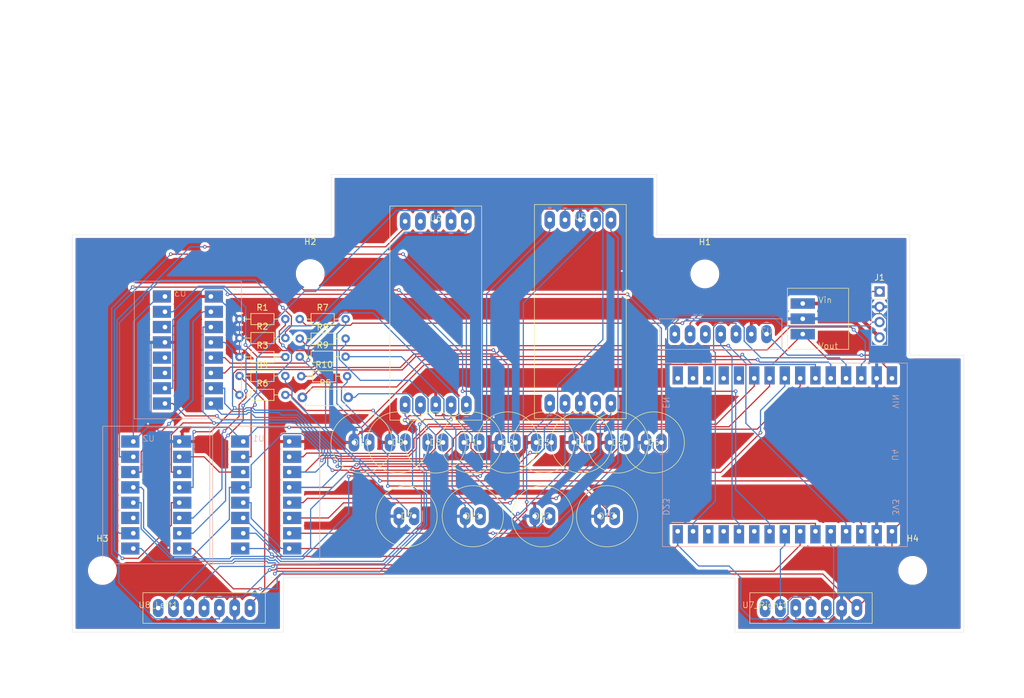
<source format=kicad_pcb>
(kicad_pcb (version 20240108) (generator "pcbnew") (generator_version "8.0")
  (layers (0 "F.Cu" signal) (31 "B.Cu" signal) (34 "B.Paste" user) (35 "F.Paste" user) (36 "B.SilkS" user "B.Silkscreen") (37 "F.SilkS" user "F.Silkscreen") (38 "B.Mask" user) (39 "F.Mask" user) (44 "Edge.Cuts" user))
  (net 0 "")
  (net 1 "GND")
  (net 2 "Net-(D1-A)")
  (net 3 "Net-(D2-A)")
  (net 4 "Net-(D3-A)")
  (net 5 "Net-(D4-A)")
  (net 6 "Net-(D5-A)")
  (net 7 "Net-(D6-A)")
  (net 8 "Net-(D7-A)")
  (net 9 "Net-(D8-A)")
  (net 10 "Net-(D9-A)")
  (net 11 "Net-(D10-A)")
  (net 12 "Net-(D11-A)")
  (net 13 "Net-(D12-A)")
  (net 14 "Net-(D13-A)")
  (net 15 "Net-(J1-Pin_3)")
  (net 16 "+12V")
  (net 17 "Net-(J1-Pin_1)")
  (net 18 "Net-(U1-R-EXT)")
  (net 19 "Net-(U2-R-EXT)")
  (net 20 "Net-(U3-R-EXT)")
  (net 21 "+3.3V")
  (net 22 "Net-(U4-D14)")
  (net 23 "Net-(U4-D13)")
  (net 24 "Net-(U4-D12)")
  (net 25 "Net-(U4-D2)")
  (net 26 "Net-(U4-D15)")
  (net 27 "Net-(U4-D27)")
  (net 28 "Net-(U1-~{OUT1})")
  (net 29 "Net-(U1-SDO)")
  (net 30 "+5V")
  (net 31 "Net-(U1-~{OUT2})")
  (net 32 "Net-(U1-CLK)")
  (net 33 "Net-(U1-~{OUT6})")
  (net 34 "Net-(U1-~{OUT3})")
  (net 35 "Net-(U1-~{OUT4})")
  (net 36 "Net-(U1-~{OE}(ED2))")
  (net 37 "Net-(U1-LE(ED1))")
  (net 38 "Net-(U1-~{OUT5})")
  (net 39 "Net-(U1-~{OUT0})")
  (net 40 "Net-(U1-SDI)")
  (net 41 "Net-(U2-~{OUT0})")
  (net 42 "Net-(U2-~{OUT2})")
  (net 43 "Net-(U2-~{OUT5})")
  (net 44 "Net-(U2-~{OUT7})")
  (net 45 "Net-(U2-SDO)")
  (net 47 "Net-(U2-~{OUT3})")
  (net 48 "Net-(U2-~{OUT4})")
  (net 49 "Net-(U2-~{OUT1})")
  (net 53 "Net-(U4-TX2)")
  (net 54 "Net-(U4-D4)")
  (net 57 "Net-(U4-RX2)")
  (net 61 "Net-(U4-D23)")
  (net 62 "Net-(U4-D21)")
  (net 65 "Net-(U4-D18)")
  (net 66 "Net-(U4-D22)")
  (net 67 "Net-(U4-D5)")
  (footprint "LED Custom:LED 5mm Vertical" (layer "F.Cu") (at 163.52 111.5)
    (property "Reference" "D4")
    (property "Value" "LED")
  )
  (footprint "LED Custom:LED 5mm Vertical" (layer "F.Cu") (at 151.27 111.5)
    (property "Reference" "D2")
    (property "Value" "LED")
  )
  (footprint "Resistor_THT:R_Axial_DIN0204_L3.6mm_D1.6mm_P7.62mm_Horizontal" (layer "F.Cu") (at 117 100.5)
    (property "Reference" "R10")
    (property "Value" "R")
  )
  (footprint "Connector_PinHeader_2.54mm:PinHeader_1x04_P2.54mm_Vertical" (layer "F.Cu") (at 213 86.42)
    (property "Reference" "J1")
    (property "Value" "Conn_01x04_Pin")
  )
  (footprint "Voltage Regulators:V78-1500 Tall" (layer "F.Cu") (at 200.25 85.88)
    (property "Reference" "U8" (hide yes))
    (property "Value" "~")
  )
  (footprint "LED Custom:LED 5mm Vertical" (layer "F.Cu") (at 145.27 111.5)
    (property "Reference" "D1")
    (property "Value" "LED")
  )
  (footprint "Resistor_THT:R_Axial_DIN0207_L6.3mm_D2.5mm_P7.62mm_Horizontal" (layer "F.Cu") (at 117.19 104)
    (property "Reference" "R5")
    (property "Value" "R")
  )
  (footprint "LED Custom:LED 5mm Vertical" (layer "F.Cu") (at 175.52 111.5)
    (property "Reference" "D6")
    (property "Value" "LED")
  )
  (footprint "LED Custom:LED 5mm Vertical" (layer "F.Cu") (at 167.77 123.75)
    (property "Reference" "D13")
    (property "Value" "LED")
  )
  (footprint "LED Custom:LED 5mm Vertical" (layer "F.Cu") (at 133.02 111.5)
    (property "Reference" "D9")
    (property "Value" "LED")
  )
  (footprint "Resistor_THT:R_Axial_DIN0204_L3.6mm_D1.6mm_P7.62mm_Horizontal" (layer "F.Cu") (at 106.75 94.15)
    (property "Reference" "R2")
    (property "Value" "R_US")
  )
  (footprint "7 segment led:baja 7 segment" (layer "F.Cu") (at 163.33 74.52)
    (property "Reference" "U5")
    (property "Value" "~")
  )
  (footprint "LED Custom:LED 5mm Vertical" (layer "F.Cu") (at 157.27 111.5)
    (property "Reference" "D3")
    (property "Value" "LED")
  )
  (footprint "Resistor_THT:R_Axial_DIN0204_L3.6mm_D1.6mm_P7.62mm_Horizontal" (layer "F.Cu") (at 106.75 97.3)
    (property "Reference" "R3")
    (property "Value" "R_US")
  )
  (footprint "MountingHole:MountingHole_4.3mm_M4" (layer "F.Cu") (at 184 83.5)
    (property "Reference" "H1")
    (property "Value" "MountingHole")
  )
  (footprint "Resistor_THT:R_Axial_DIN0204_L3.6mm_D1.6mm_P7.62mm_Horizontal" (layer "F.Cu") (at 106.75 91)
    (property "Reference" "R1")
    (property "Value" "R_US")
  )
  (footprint "LED Custom:LED 5mm Vertical" (layer "F.Cu") (at 157.02 123.75)
    (property "Reference" "D12")
    (property "Value" "LED")
  )
  (footprint "LED Custom:LED 5mm Vertical" (layer "F.Cu") (at 145.48 123.75)
    (property "Reference" "D11")
    (property "Value" "LED")
  )
  (footprint "Resistor_THT:R_Axial_DIN0204_L3.6mm_D1.6mm_P7.62mm_Horizontal" (layer "F.Cu") (at 106.75 100.45)
    (property "Reference" "R4")
    (property "Value" "R")
  )
  (footprint "LED Custom:LED 5mm Vertical" (layer "F.Cu") (at 139.27 111.5)
    (property "Reference" "D8")
    (property "Value" "LED")
  )
  (footprint "LED Custom:LED 5mm Vertical" (layer "F.Cu") (at 134.48 123.75)
    (property "Reference" "D7")
    (property "Value" "LED")
  )
  (footprint "7 segment led:baja 7 segment" (layer "F.Cu") (at 139.33 74.77)
    (property "Reference" "U6")
    (property "Value" "~")
  )
  (footprint "Resistor_THT:R_Axial_DIN0204_L3.6mm_D1.6mm_P7.62mm_Horizontal" (layer "F.Cu") (at 106.75 103.6)
    (property "Reference" "R6")
    (property "Value" "R")
  )
  (footprint "Custom Connectors:1x7 Connectors" (layer "F.Cu") (at 93.26 139)
    (property "Reference" "U8_Left1")
    (property "Value" "~")
  )
  (footprint "Resistor_THT:R_Axial_DIN0204_L3.6mm_D1.6mm_P7.62mm_Horizontal" (layer "F.Cu") (at 116.75 97.25)
    (property "Reference" "R9")
    (property "Value" "R")
  )
  (footprint "MountingHole:MountingHole_4.3mm_M4" (layer "F.Cu") (at 83.9972 132.7648)
    (property "Reference" "H3")
    (property "Value" "MountingHole")
  )
  (footprint "LED Custom:LED 5mm Vertical" (layer "F.Cu") (at 127.02 111.5)
    (property "Reference" "D10")
    (property "Value" "LED")
  )
  (footprint "MountingHole:MountingHole_4.3mm_M4" (layer "F.Cu") (at 218.5 132.75)
    (property "Reference" "H4")
    (property "Value" "MountingHole")
  )
  (footprint "Custom Connectors:1x7 Connectors" (layer "F.Cu") (at 194 139)
    (property "Reference" "U7_Right1")
    (property "Value" "~")
  )
  (footprint "Resistor_THT:R_Axial_DIN0204_L3.6mm_D1.6mm_P7.62mm_Horizontal" (layer "F.Cu") (at 116.75 91)
    (property "Reference" "R7")
    (property "Value" "R")
  )
  (footprint "MountingHole:MountingHole_4.3mm_M4" (layer "F.Cu") (at 118.5 83.4523)
    (property "Reference" "H2")
    (property "Value" "MountingHole")
  )
  (footprint "LED Custom:LED 5mm Vertical" (layer "F.Cu") (at 169.52 111.5)
    (property "Reference" "D5")
    (property "Value" "LED")
  )
  (footprint "Resistor_THT:R_Axial_DIN0204_L3.6mm_D1.6mm_P7.62mm_Horizontal" (layer "F.Cu") (at 116.75 94.25)
    (property "Reference" "R8")
    (property "Value" "R")
  )
  (footprint "Custom DIP:DIP 16" (layer "B.Cu") (at 91.67 111.34 180)
    (property "Reference" "U2")
    (property "Value" "TLC5917")
  )
  (footprint "ESP 32:ESP 32 BAJA" (layer "B.Cu") (at 215.06 113.55 90)
    (property "Reference" "U4")
    (property "Value" "~")
  )
  (footprint "Custom Connectors:1x7 Connectors" (layer "B.Cu") (at 194.25 93.5 180)
    (property "Reference" "U7")
    (property "Value" "~")
  )
  (footprint "Custom DIP:DIP 16" (layer "B.Cu") (at 96.92 87.25 180)
    (property "Reference" "U3")
    (property "Value" "TLC5917")
  )
  (footprint "Custom DIP:DIP 16" (layer "B.Cu") (at 109.92 111.34 180)
    (property "Reference" "U1")
    (property "Value" "TLC5917")
  )
  (gr_line (start 218 97) (end 218 77) (stroke (width 0.05)) (layer "Edge.Cuts"))
  (gr_line (start 114 143) (end 114 134) (stroke (width 0.05)) (layer "Edge.Cuts"))
  (gr_line (start 227 143) (end 227 97) (stroke (width 0.05)) (layer "Edge.Cuts"))
  (gr_line (start 218 77) (end 176 77) (stroke (width 0.05)) (layer "Edge.Cuts"))
  (gr_line (start 114 134) (end 189 134) (stroke (width 0.05)) (layer "Edge.Cuts"))
  (gr_line (start 176 77) (end 176 67) (stroke (width 0.05)) (layer "Edge.Cuts"))
  (gr_line (start 122 77) (end 79 77) (stroke (width 0.05)) (layer "Edge.Cuts"))
  (gr_line (start 189 143) (end 227 143) (stroke (width 0.05)) (layer "Edge.Cuts"))
  (gr_line (start 79 143) (end 114 143) (stroke (width 0.05)) (layer "Edge.Cuts"))
  (gr_line (start 227 97) (end 218 97) (stroke (width 0.05)) (layer "Edge.Cuts"))
  (gr_line (start 122 67) (end 122 77) (stroke (width 0.05)) (layer "Edge.Cuts"))
  (gr_line (start 189 134) (end 189 143) (stroke (width 0.05)) (layer "Edge.Cuts"))
  (gr_line (start 176 67) (end 122 67) (stroke (width 0.05)) (layer "Edge.Cuts"))
  (gr_line (start 79 77) (end 79 143) (stroke (width 0.05)) (layer "Edge.Cuts"))
  (segment (start 139.33 105.25) (end 139.33 107.0517) (width 0.2) (layer "F.Cu") (net 1))
  (segment (start 164.0896 113.3396) (end 165.3728 113.3396) (width 0.2) (layer "F.Cu") (net 1))
  (segment (start 148.823 111.5) (end 150 111.5) (width 0.2) (layer "F.Cu") (net 1))
  (segment (start 139.33 107.0517) (end 148.712 107.0517) (width 0.2) (layer "F.Cu") (net 1))
  (segment (start 100.698 87.25) (end 95.6817 92.2666) (width 0.2) (layer "F.Cu") (net 1))
  (segment (start 163.33 74.52) (end 163.33 72.7183) (width 0.2) (layer "F.Cu") (net 1))
  (segment (start 124.573 111.5) (end 125.162 111.5) (width 0.2) (layer "F.Cu") (net 1))
  (segment (start 165.3728 113.3396) (end 167.0733 111.6391) (width 0.2) (layer "F.Cu") (net 1))
  (segment (start 92.7833 109.603) (end 93.0074 109.603) (width 0.2) (layer "F.Cu") (net 1))
  (segment (start 146.076 113.355) (end 148.823 113.355) (width 0.2) (layer "F.Cu") (net 1))
  (segment (start 191.71 91.6983) (end 191.71 93.5) (width 0.2) (layer "F.Cu") (net 1))
  (segment (start 163.33 74.52) (end 163.33 76.3217) (width 0.2) (layer "F.Cu") (net 1))
  (segment (start 130.573 111.5) (end 131.75 111.5) (width 0.2) (layer "F.Cu") (net 1))
  (segment (start 102.3718 137.1983) (end 94.9671 129.7936) (width 0.2) (layer "F.Cu") (net 1))
  (segment (start 154.823 111.604) (end 154.823 111.5) (width 0.2) (layer "F.Cu") (net 1))
  (segment (start 94.9671 129.7936) (end 94.9671 128.971) (width 0.2) (layer "F.Cu") (net 1))
  (segment (start 144 111.5) (end 145.177 111.5) (width 0.2) (layer "F.Cu") (net 1))
  (segment (start 125.162 111.5) (end 126.981 109.68) (width 0.2) (layer "F.Cu") (net 1))
  (segment (start 162.25 111.5) (end 164.0896 113.3396) (width 0.2) (layer "F.Cu") (net 1))
  (segment (start 111.804 94.15) (end 113.888 96.2347) (width 0.2) (layer "F.Cu") (net 1))
  (segment (start 102 87.25) (end 100.698 87.25) (width 0.2) (layer "F.Cu") (net 1))
  (segment (start 145.177 112.456) (end 146.076 113.355) (width 0.2) (layer "F.Cu") (net 1))
  (segment (start 148.823 113.355) (end 148.823 111.5) (width 0.2) (layer "F.Cu") (net 1))
  (segment (start 163.33 105) (end 163.33 106.8017) (width 0.2) (layer "F.Cu") (net 1))
  (segment (start 130.573 111.386) (end 130.573 111.5) (width 0.2) (layer "F.Cu") (net 1))
  (segment (start 106.75 94.15) (end 111.804 94.15) (width 0.2) (layer "F.Cu") (net 1))
  (segment (start 113.888 96.2347) (end 118.984 96.2347) (width 0.2) (layer "F.Cu") (net 1))
  (segment (start 153.072 113.355) (end 154.823 111.604) (width 0.2) (layer "F.Cu") (net 1))
  (segment (start 145.177 111.5) (end 145.177 112.456) (width 0.2) (layer "F.Cu") (net 1))
  (segment (start 154.823 111.5) (end 156 111.5) (width 0.2) (layer "F.Cu") (net 1))
  (segment (start 197.21 91.6983) (end 191.71 91.6983) (width 0.2) (layer "F.Cu") (net 1))
  (segment (start 105.96 137.1983) (end 102.3718 137.1983) (width 0.2) (layer "F.Cu") (net 1))
  (segment (start 124.413 111.34) (end 124.573 111.5) (width 0.2) (layer "F.Cu") (net 1))
  (segment (start 163.5406 76.3217) (end 170.2375 83.0186) (width 0.2) (layer "F.Cu") (net 1))
  (segment (start 200.25 90.96) (end 197.948 90.96) (width 0.2) (layer "F.Cu") (net 1))
  (segment (start 139.58 72.7183) (end 139.33 72.9683) (width 0.2) (layer "F.Cu") (net 1))
  (segment (start 95.6817 94.87) (end 94.38 94.87) (width 0.2) (layer "F.Cu") (net 1))
  (segment (start 128.868 109.68) (end 130.573 111.386) (width 0.2) (layer "F.Cu") (net 1))
  (segment (start 139.33 72.9683) (end 139.33 74.77) (width 0.2) (layer "F.Cu") (net 1))
  (segment (start 163.33 76.3217) (end 163.5406 76.3217) (width 0.2) (layer "F.Cu") (net 1))
  (segment (start 149.448 106.8017) (end 148.955 107.2947) (width 0.2) (layer "F.Cu") (net 1))
  (segment (start 163.33 106.8017) (end 149.448 106.8017) (width 0.2) (layer "F.Cu") (net 1))
  (segment (start 167.0733 111.6391) (end 167.0733 111.5) (width 0.2) (layer "F.Cu") (net 1))
  (segment (start 197.948 90.96) (end 197.21 91.6983) (width 0.2) (layer "F.Cu") (net 1))
  (segment (start 105.96 139) (end 105.96 137.1983) (width 0.2) (layer "F.Cu") (net 1))
  (segment (start 148.823 113.355) (end 153.072 113.355) (width 0.2) (layer "F.Cu") (net 1))
  (segment (start 148.712 107.0517) (end 148.955 107.2947) (width 0.2) (layer "F.Cu") (net 1))
  (segment (start 91.5689 108.389) (end 92.7833 109.603) (width 0.2) (layer "F.Cu") (net 1))
  (segment (start 163.33 72.7183) (end 139.58 72.7183) (width 0.2) (layer "F.Cu") (net 1))
  (segment (start 126.981 109.68) (end 128.868 109.68) (width 0.2) (layer "F.Cu") (net 1))
  (segment (start 115 111.34) (end 124.413 111.34) (width 0.2) (layer "F.Cu") (net 1))
  (segment (start 125.75 111.5) (end 125.162 111.5) (width 0.2) (layer "F.Cu") (net 1))
  (segment (start 95.6817 92.2666) (end 95.6817 94.87) (width 0.2) (layer "F.Cu") (net 1))
  (segment (start 168.25 111.5) (end 167.0733 111.5) (width 0.2) (layer "F.Cu") (net 1))
  (via (at 118.984 96.2347) (size 0.6) (drill 0.3) (layers "F.Cu" "B.Cu") (net 1))
  (via (at 91.5689 108.389) (size 0.6) (drill 0.3) (layers "F.Cu" "B.Cu") (net 1))
  (via (at 170.2375 83.0186) (size 0.6) (drill 0.3) (layers "F.Cu" "B.Cu") (net 1))
  (via (at 94.9671 128.971) (size 0.6) (drill 0.3) (layers "F.Cu" "B.Cu") (net 1))
  (via (at 148.955 107.2947) (size 0.6) (drill 0.3) (layers "F.Cu" "B.Cu") (net 1))
  (via (at 93.0074 109.603) (size 0.6) (drill 0.3) (layers "F.Cu" "B.Cu") (net 1))
  (segment (start 202.552 90.96) (end 200.25 90.96) (width 0.2) (layer "B.Cu") (net 1))
  (segment (start 167.677 123.75) (end 166.5 123.75) (width 0.2) (layer "B.Cu") (net 1))
  (segment (start 213 90.1117) (end 203.4 90.1117) (width 0.2) (layer "B.Cu") (net 1))
  (segment (start 173.073 111.5) (end 173.073 112.677) (width 0.2) (layer "B.Cu") (net 1))
  (segment (start 177.1902 91.2245) (end 178.035 92.0693) (width 0.2) (layer "B.Cu") (net 1))
  (segment (start 174.25 111.5) (end 175.427 111.5) (width 0.2) (layer "B.Cu") (net 1))
  (segment (start 179.654 90.45) (end 197.438 90.45) (width 0.2) (layer "B.Cu") (net 1))
  (segment (start 214.159 91.0024) (end 213.268 90.1117) (width 0.2) (layer "B.Cu") (net 1))
  (segment (start 138 115.734) (end 138 111.5) (width 0.2) (layer "B.Cu") (net 1))
  (segment (start 106.75 94.15) (end 106.75 97.3) (width 0.2) (layer "B.Cu") (net 1))
  (segment (start 177.297 113.318) (end 178.002 112.613) (width 0.2) (layer "B.Cu") (net 1))
  (segment (start 150 111.5) (end 150 109.6983) (width 0.2) (layer "B.Cu") (net 1))
  (segment (start 103 87.25) (end 106.75 91) (width 0.2) (layer "B.Cu") (net 1))
  (segment (start 178.002 109.987) (end 177.817 109.802) (width 0.2) (layer "B.Cu") (net 1))
  (segment (start 214.159 94.7028) (end 214.159 91.0024) (width 0.2) (layer "B.Cu") (net 1))
  (segment (start 170.2375 83.0186) (end 177.1902 89.9713) (width 0.2) (layer "B.Cu") (net 1))
  (segment (start 175.427 112.474) (end 176.271 113.318) (width 0.2) (layer "B.Cu") (net 1))
  (segment (start 197.948 90.96) (end 200.25 90.96) (width 0.2) (layer "B.Cu") (net 1))
  (segment (start 197.438 90.45) (end 197.948 90.96) (width 0.2) (layer "B.Cu") (net 1))
  (segment (start 93.7114 109.603) (end 93.0074 109.603) (width 0.2) (layer "B.Cu") (net 1))
  (segment (start 92.0783 94.87) (end 92.0783 107.879) (width 0.2) (layer "B.Cu") (net 1))
  (segment (start 206.7 139) (end 206.7 137.198) (width 0.2) (layer "B.Cu") (net 1))
  (segment (start 125.75 111.5) (end 124.573 111.5) (width 0.2) (layer "B.Cu") (net 1))
  (segment (start 176.271 113.318) (end 177.297 113.318) (width 0.2) (layer "B.Cu") (net 1))
  (segment (start 167.677 118.073) (end 167.677 123.75) (width 0.2) (layer "B.Cu") (net 1))
  (segment (start 213 90.1117) (end 213 88.96) (width 0.2) (layer "B.Cu") (net 1))
  (segment (start 150 109.6983) (end 148.955 108.6533) (width 0.2) (layer "B.Cu") (net 1))
  (segment (start 102 87.25) (end 103 87.25) (width 0.2) (layer "B.Cu") (net 1))
  (segment (start 94.9671 111.8212) (end 94.9671 128.971) (width 0.2) (layer "B.Cu") (net 1))
  (segment (start 155.75 121.948) (end 162.25 115.448) (width 0.2) (layer "B.Cu") (net 1))
  (segment (start 212.52 96.342) (end 214.159 94.7028) (width 0.2) (layer "B.Cu") (net 1))
  (segment (start 121.829 99.0793) (end 118.984 96.2347) (width 0.2) (layer "B.Cu") (net 1))
  (segment (start 92.0783 107.879) (end 91.5689 108.389) (width 0.2) (layer "B.Cu") (net 1))
  (segment (start 94.38 94.87) (end 92.0783 94.87) (width 0.2) (layer "B.Cu") (net 1))
  (segment (start 178.002 112.613) (end 178.002 109.987) (width 0.2) (layer "B.Cu") (net 1))
  (segment (start 206.7 137.198) (end 212.52 131.378) (width 0.2) (layer "B.Cu") (net 1))
  (segment (start 144.21 121.944) (end 138 115.734) (width 0.2) (layer "B.Cu") (net 1))
  (segment (start 178.035 92.0693) (end 179.654 90.45) (width 0.2) (layer "B.Cu") (net 1))
  (segment (start 177.1902 89.9713) (end 177.1902 91.2245) (width 0.2) (layer "B.Cu") (net 1))
  (segment (start 144.21 123.75) (end 144.21 121.944) (width 0.2) (layer "B.Cu") (net 1))
  (segment (start 96.75 111.34) (end 95.4483 111.34) (width 0.2) (layer "B.Cu") (net 1))
  (segment (start 95.4483 111.34) (end 94.9671 111.8212) (width 0.2) (layer "B.Cu") (net 1))
  (segment (start 212.52 126.25) (end 212.52 100.85) (width 0.2) (layer "B.Cu") (net 1))
  (segment (start 124.573 111.5) (end 121.829 108.756) (width 0.2) (layer "B.Cu") (net 1))
  (segment (start 177.817 92.2873) (end 178.035 92.0693) (width 0.2) (layer "B.Cu") (net 1))
  (segment (start 212.52 131.378) (end 212.52 126.25) (width 0.2) (layer "B.Cu") (net 1))
  (segment (start 174.25 111.5) (end 173.073 111.5) (width 0.2) (layer "B.Cu") (net 1))
  (segment (start 213.268 90.1117) (end 213 90.1117) (width 0.2) (layer "B.Cu") (net 1))
  (segment (start 212.52 100.85) (end 212.52 96.342) (width 0.2) (layer "B.Cu") (net 1))
  (segment (start 175.427 111.5) (end 175.427 112.474) (width 0.2) (layer "B.Cu") (net 1))
  (segment (start 155.75 123.75) (end 155.75 121.948) (width 0.2) (layer "B.Cu") (net 1))
  (segment (start 177.817 109.802) (end 177.817 92.2873) (width 0.2) (layer "B.Cu") (net 1))
  (segment (start 173.073 112.677) (end 167.677 118.073) (width 0.2) (layer "B.Cu") (net 1))
  (segment (start 203.4 90.1117) (end 202.552 90.96) (width 0.2) (layer "B.Cu") (net 1))
  (segment (start 121.829 108.756) (end 121.829 99.0793) (width 0.2) (layer "B.Cu") (net 1))
  (segment (start 95.4483 111.34) (end 93.7114 109.603) (width 0.2) (layer "B.Cu") (net 1))
  (segment (start 106.75 91) (end 106.75 94.15) (width 0.2) (layer "B.Cu") (net 1))
  (segment (start 148.955 108.6533) (end 148.955 107.2947) (width 0.2) (layer "B.Cu") (net 1))
  (segment (start 162.25 115.448) (end 162.25 111.5) (width 0.2) (layer "B.Cu") (net 1))
  (segment (start 105.215 98.3232) (end 104.302 97.41) (width 0.2) (layer "F.Cu") (net 2))
  (segment (start 118.19 97.8146) (end 117.681 98.3232) (width 0.2) (layer "F.Cu") (net 2))
  (segment (start 104.302 97.41) (end 102 97.41) (width 0.2) (layer "F.Cu") (net 2))
  (segment (start 117.681 98.3232) (end 105.215 98.3232) (width 0.2) (layer "F.Cu") (net 2))
  (via (at 118.19 97.8146) (size 0.6) (drill 0.3) (layers "F.Cu" "B.Cu") (net 2))
  (segment (start 128.952 89.9895) (end 143.14 104.178) (width 0.2) (layer "B.Cu") (net 2))
  (segment (start 143.14 108.1) (end 145.363 110.323) (width 0.2) (layer "B.Cu") (net 2))
  (segment (start 118.19 97.8146) (end 118.19 95.7236) (width 0.2) (layer "B.Cu") (net 2))
  (segment (start 123.924 89.9895) (end 128.952 89.9895) (width 0.2) (layer "B.Cu") (net 2))
  (segment (start 118.19 95.7236) (end 123.924 89.9895) (width 0.2) (layer "B.Cu") (net 2))
  (segment (start 145.363 111.5) (end 146.54 111.5) (width 0.2) (layer "B.Cu") (net 2))
  (segment (start 145.363 110.323) (end 145.363 111.5) (width 0.2) (layer "B.Cu") (net 2))
  (segment (start 143.14 104.178) (end 143.14 108.1) (width 0.2) (layer "B.Cu") (net 2))
  (segment (start 104.302 99.95) (end 105.266 98.9854) (width 0.2) (layer "F.Cu") (net 3))
  (segment (start 105.266 98.9854) (end 118.983 98.9854) (width 0.2) (layer "F.Cu") (net 3))
  (segment (start 121.807 96.1612) (end 148.892 96.1612) (width 0.2) (layer "F.Cu") (net 3))
  (segment (start 118.983 98.9854) (end 121.807 96.1612) (width 0.2) (layer "F.Cu") (net 3))
  (segment (start 102 99.95) (end 104.302 99.95) (width 0.2) (layer "F.Cu") (net 3))
  (via (at 148.892 96.1612) (size 0.6) (drill 0.3) (layers "F.Cu" "B.Cu") (net 3))
  (segment (start 151.363 111.5) (end 151.363 98.633) (width 0.2) (layer "B.Cu") (net 3))
  (segment (start 152.54 111.5) (end 151.363 111.5) (width 0.2) (layer "B.Cu") (net 3))
  (segment (start 151.363 98.633) (end 148.892 96.1612) (width 0.2) (layer "B.Cu") (net 3))
  (segment (start 157.363 112.456) (end 157.363 111.5) (width 0.2) (layer "F.Cu") (net 4))
  (segment (start 126.772 115.479) (end 154.341 115.479) (width 0.2) (layer "F.Cu") (net 4))
  (segment (start 125.597 115.479) (end 125.935 115.817) (width 0.2) (layer "F.Cu") (net 4))
  (segment (start 126.434 115.817) (end 126.772 115.479) (width 0.2) (layer "F.Cu") (net 4))
  (segment (start 157.363 111.5) (end 158.54 111.5) (width 0.2) (layer "F.Cu") (net 4))
  (segment (start 125.935 115.817) (end 126.434 115.817) (width 0.2) (layer "F.Cu") (net 4))
  (segment (start 154.341 115.479) (end 157.363 112.456) (width 0.2) (layer "F.Cu") (net 4))
  (segment (start 123.009 115.479) (end 125.597 115.479) (width 0.2) (layer "F.Cu") (net 4))
  (via (at 123.009 115.479) (size 0.6) (drill 0.3) (layers "F.Cu" "B.Cu") (net 4))
  (segment (start 104.302 105.041) (end 104.302 102.49) (width 0.2) (layer "B.Cu") (net 4))
  (segment (start 109.179 106.536) (end 108.779 106.136) (width 0.2) (layer "B.Cu") (net 4))
  (segment (start 121.784 112.33) (end 116.394 106.939) (width 0.2) (layer "B.Cu") (net 4))
  (segment (start 121.784 112.898) (end 121.784 112.33) (width 0.2) (layer "B.Cu") (net 4))
  (segment (start 123.009 115.479) (end 123.16 115.328) (width 0.2) (layer "B.Cu") (net 4))
  (segment (start 105.631 106.37) (end 104.302 105.041) (width 0.2) (layer "B.Cu") (net 4))
  (segment (start 113.698 106.939) (end 113.295 106.536) (width 0.2) (layer "B.Cu") (net 4))
  (segment (start 104.302 102.49) (end 102 102.49) (width 0.2) (layer "B.Cu") (net 4))
  (segment (start 107.796 106.37) (end 105.631 106.37) (width 0.2) (layer "B.Cu") (net 4))
  (segment (start 108.03 106.136) (end 107.796 106.37) (width 0.2) (layer "B.Cu") (net 4))
  (segment (start 123.16 114.274) (end 121.784 112.898) (width 0.2) (layer "B.Cu") (net 4))
  (segment (start 116.394 106.939) (end 113.698 106.939) (width 0.2) (layer "B.Cu") (net 4))
  (segment (start 108.779 106.136) (end 108.03 106.136) (width 0.2) (layer "B.Cu") (net 4))
  (segment (start 113.295 106.536) (end 109.179 106.536) (width 0.2) (layer "B.Cu") (net 4))
  (segment (start 123.16 115.328) (end 123.16 114.274) (width 0.2) (layer "B.Cu") (net 4))
  (segment (start 142.27 112.104) (end 139.76 114.614) (width 0.2) (layer "F.Cu") (net 5))
  (segment (start 142.27 110.907) (end 142.27 112.104) (width 0.2) (layer "F.Cu") (net 5))
  (segment (start 164.79 111.5) (end 163.613 111.5) (width 0.2) (layer "F.Cu") (net 5))
  (segment (start 163.613 110.544) (end 162.759 109.69) (width 0.2) (layer "F.Cu") (net 5))
  (segment (start 139.76 114.614) (end 122.613 114.614) (width 0.2) (layer "F.Cu") (net 5))
  (segment (start 163.613 111.5) (end 163.613 110.544) (width 0.2) (layer "F.Cu") (net 5))
  (segment (start 143.487 109.69) (end 142.27 110.907) (width 0.2) (layer "F.Cu") (net 5))
  (segment (start 122.613 114.614) (end 122.558 114.669) (width 0.2) (layer "F.Cu") (net 5))
  (segment (start 162.759 109.69) (end 143.487 109.69) (width 0.2) (layer "F.Cu") (net 5))
  (via (at 122.558 114.669) (size 0.6) (drill 0.3) (layers "F.Cu" "B.Cu") (net 5))
  (segment (start 121.382 113.064) (end 121.382 112.496) (width 0.2) (layer "B.Cu") (net 5))
  (segment (start 109.416 107.341) (end 108.612 106.538) (width 0.2) (layer "B.Cu") (net 5))
  (segment (start 103.78 106.81) (end 102 105.03) (width 0.2) (layer "B.Cu") (net 5))
  (segment (start 108.197 106.538) (end 107.924 106.81) (width 0.2) (layer "B.Cu") (net 5))
  (segment (start 116.227 107.341) (end 109.416 107.341) (width 0.2) (layer "B.Cu") (net 5))
  (segment (start 108.612 106.538) (end 108.197 106.538) (width 0.2) (layer "B.Cu") (net 5))
  (segment (start 121.382 112.496) (end 116.227 107.341) (width 0.2) (layer "B.Cu") (net 5))
  (segment (start 107.924 106.81) (end 103.78 106.81) (width 0.2) (layer "B.Cu") (net 5))
  (segment (start 121.862 113.544) (end 121.382 113.064) (width 0.2) (layer "B.Cu") (net 5))
  (segment (start 121.862 113.973) (end 121.862 113.544) (width 0.2) (layer "B.Cu") (net 5))
  (segment (start 122.558 114.669) (end 121.862 113.973) (width 0.2) (layer "B.Cu") (net 5))
  (segment (start 169.613 111.5) (end 169.613 112.456) (width 0.2) (layer "F.Cu") (net 6))
  (segment (start 169.613 112.456) (end 166.006 116.064) (width 0.2) (layer "F.Cu") (net 6))
  (segment (start 125.769 116.219) (end 125.658 116.108) (width 0.2) (layer "F.Cu") (net 6))
  (segment (start 103.001 107.087) (end 97.7383 107.087) (width 0.2) (layer "F.Cu") (net 6))
  (segment (start 146.27 116.064) (end 146.226 116.108) (width 0.2) (layer "F.Cu") (net 6))
  (segment (start 170.79 111.5) (end 169.613 111.5) (width 0.2) (layer "F.Cu") (net 6))
  (segment (start 146.226 116.108) (end 126.711 116.108) (width 0.2) (layer "F.Cu") (net 6))
  (segment (start 125.658 116.108) (end 122.188 116.108) (width 0.2) (layer "F.Cu") (net 6))
  (segment (start 166.006 116.064) (end 146.27 116.064) (width 0.2) (layer "F.Cu") (net 6))
  (segment (start 126.6 116.219) (end 125.769 116.219) (width 0.2) (layer "F.Cu") (net 6))
  (segment (start 95.6817 105.03) (end 94.38 105.03) (width 0.2) (layer "F.Cu") (net 6))
  (segment (start 97.7383 107.087) (end 95.6817 105.03) (width 0.2) (layer "F.Cu") (net 6))
  (segment (start 126.711 116.108) (end 126.6 116.219) (width 0.2) (layer "F.Cu") (net 6))
  (via (at 103.001 107.087) (size 0.6) (drill 0.3) (layers "F.Cu" "B.Cu") (net 6))
  (via (at 122.188 116.108) (size 0.6) (drill 0.3) (layers "F.Cu" "B.Cu") (net 6))
  (segment (start 103.001 107.087) (end 103.657 107.743) (width 0.2) (layer "B.Cu") (net 6))
  (segment (start 120.821 112.822) (end 120.821 113.105) (width 0.2) (layer "B.Cu") (net 6))
  (segment (start 121.406 115.325) (end 122.188 116.108) (width 0.2) (layer "B.Cu") (net 6))
  (segment (start 116.061 107.743) (end 120.939 112.621) (width 0.2) (layer "B.Cu") (net 6))
  (segment (start 120.939 112.621) (end 120.939 112.704) (width 0.2) (layer "B.Cu") (net 6))
  (segment (start 121.406 113.689) (end 121.406 115.325) (width 0.2) (layer "B.Cu") (net 6))
  (segment (start 120.821 113.105) (end 121.406 113.689) (width 0.2) (layer "B.Cu") (net 6))
  (segment (start 120.939 112.704) (end 120.821 112.822) (width 0.2) (layer "B.Cu") (net 6))
  (segment (start 103.657 107.743) (end 116.061 107.743) (width 0.2) (layer "B.Cu") (net 6))
  (segment (start 171.144 86.8873) (end 104.768 86.8873) (width 0.2) (layer "F.Cu") (net 7))
  (via (at 104.768 86.8873) (size 0.6) (drill 0.3) (layers "F.Cu" "B.Cu") (net 7))
  (via (at 171.144 86.8873) (size 0.6) (drill 0.3) (layers "F.Cu" "B.Cu") (net 7))
  (segment (start 95.6817 102.49) (end 95.6817 91.1416) (width 0.2) (layer "B.Cu") (net 7))
  (segment (start 176.79 111.5) (end 176.79 92.5332) (width 0.2) (layer "B.Cu") (net 7))
  (segment (start 94.38 102.49) (end 95.6817 102.49) (width 0.2) (layer "B.Cu") (net 7))
  (segment (start 100.875 85.9483) (end 104.132 85.9483) (width 0.2) (layer "B.Cu") (net 7))
  (segment (start 104.132 85.9483) (end 104.791 86.6075) (width 0.2) (layer "B.Cu") (net 7))
  (segment (start 176.79 92.5332) (end 171.144 86.8873) (width 0.2) (layer "B.Cu") (net 7))
  (segment (start 104.791 86.6075) (end 104.791 86.8644) (width 0.2) (layer "B.Cu") (net 7))
  (segment (start 104.791 86.8644) (end 104.768 86.8873) (width 0.2) (layer "B.Cu") (net 7))
  (segment (start 95.6817 91.1416) (end 100.875 85.9483) (width 0.2) (layer "B.Cu") (net 7))
  (segment (start 114.37 101.452) (end 114.37 100.45) (width 0.2) (layer "B.Cu") (net 8))
  (segment (start 126.786 115.459) (end 126.786 114.966) (width 0.2) (layer "B.Cu") (net 8))
  (segment (start 134.573 122.742) (end 132.719 120.887) (width 0.2) (layer "B.Cu") (net 8))
  (segment (start 126.434 114.614) (end 125.941 114.614) (width 0.2) (layer "B.Cu") (net 8))
  (segment (start 135.75 123.75) (end 134.573 123.75) (width 0.2) (layer "B.Cu") (net 8))
  (segment (start 132.215 120.887) (end 126.786 115.459) (width 0.2) (layer "B.Cu") (net 8))
  (segment (start 115.475 104.148) (end 115.475 102.557) (width 0.2) (layer "B.Cu") (net 8))
  (segment (start 125.941 114.614) (end 115.475 104.148) (width 0.2) (layer "B.Cu") (net 8))
  (segment (start 132.719 120.887) (end 132.215 120.887) (width 0.2) (layer "B.Cu") (net 8))
  (segment (start 115.475 102.557) (end 114.37 101.452) (width 0.2) (layer "B.Cu") (net 8))
  (segment (start 126.786 114.966) (end 126.434 114.614) (width 0.2) (layer "B.Cu") (net 8))
  (segment (start 134.573 123.75) (end 134.573 122.742) (width 0.2) (layer "B.Cu") (net 8))
  (segment (start 139.363 111.5) (end 139.363 110.323) (width 0.2) (layer "B.Cu") (net 9))
  (segment (start 126.507 103.405) (end 125.912 104) (width 0.2) (layer "B.Cu") (net 9))
  (segment (start 139.363 110.323) (end 135.52 106.48) (width 0.2) (layer "B.Cu") (net 9))
  (segment (start 140.54 111.5) (end 139.363 111.5) (width 0.2) (layer "B.Cu") (net 9))
  (segment (start 125.912 104) (end 124.81 104) (width 0.2) (layer "B.Cu") (net 9))
  (segment (start 134.738 103.405) (end 126.507 103.405) (width 0.2) (layer "B.Cu") (net 9))
  (segment (start 135.52 106.48) (end 135.52 104.187) (width 0.2) (layer "B.Cu") (net 9))
  (segment (start 135.52 104.187) (end 134.738 103.405) (width 0.2) (layer "B.Cu") (net 9))
  (segment (start 115.372 103.808) (end 117.749 106.185) (width 0.2) (layer "F.Cu") (net 10))
  (segment (start 117.749 106.185) (end 128.934 106.185) (width 0.2) (layer "F.Cu") (net 10))
  (segment (start 114.37 103.6) (end 115.372 103.6) (width 0.2) (layer "F.Cu") (net 10))
  (segment (start 115.372 103.6) (end 115.372 103.808) (width 0.2) (layer "F.Cu") (net 10))
  (via (at 128.934 106.185) (size 0.6) (drill 0.3) (layers "F.Cu" "B.Cu") (net 10))
  (segment (start 134.29 111.5) (end 133.113 111.5) (width 0.2) (layer "B.Cu") (net 10))
  (segment (start 133.113 110.364) (end 128.934 106.185) (width 0.2) (layer "B.Cu") (net 10))
  (segment (start 133.113 111.5) (end 133.113 110.364) (width 0.2) (layer "B.Cu") (net 10))
  (segment (start 127.113 111.5) (end 128.29 111.5) (width 0.2) (layer "B.Cu") (net 11))
  (segment (start 124.37 91) (end 124.37 92.0017) (width 0.2) (layer "B.Cu") (net 11))
  (segment (start 122.904 93.4676) (end 122.904 105.049) (width 0.2) (layer "B.Cu") (net 11))
  (segment (start 122.904 105.049) (end 127.113 109.258) (width 0.2) (layer "B.Cu") (net 11))
  (segment (start 127.113 109.258) (end 127.113 111.5) (width 0.2) (layer "B.Cu") (net 11))
  (segment (start 124.37 92.0017) (end 122.904 93.4676) (width 0.2) (layer "B.Cu") (net 11))
  (segment (start 145.573 123.75) (end 146.75 123.75) (width 0.2) (layer "B.Cu") (net 12))
  (segment (start 145.573 122.573) (end 145.573 123.75) (width 0.2) (layer "B.Cu") (net 12))
  (segment (start 126.82 101.175) (end 135.016 101.175) (width 0.2) (layer "B.Cu") (net 12))
  (segment (start 124.37 94.25) (end 124.37 95.2517) (width 0.2) (layer "B.Cu") (net 12))
  (segment (start 123.306 97.6603) (end 126.82 101.175) (width 0.2) (layer "B.Cu") (net 12))
  (segment (start 135.016 101.175) (end 138.06 104.219) (width 0.2) (layer "B.Cu") (net 12))
  (segment (start 142.053 119.053) (end 145.573 122.573) (width 0.2) (layer "B.Cu") (net 12))
  (segment (start 138.06 104.219) (end 138.06 106.724) (width 0.2) (layer "B.Cu") (net 12))
  (segment (start 142.053 110.717) (end 142.053 119.053) (width 0.2) (layer "B.Cu") (net 12))
  (segment (start 123.306 96.3159) (end 123.306 97.6603) (width 0.2) (layer "B.Cu") (net 12))
  (segment (start 124.37 95.2517) (end 123.306 96.3159) (width 0.2) (layer "B.Cu") (net 12))
  (segment (start 138.06 106.724) (end 142.053 110.717) (width 0.2) (layer "B.Cu") (net 12))
  (segment (start 133.626 97.25) (end 140.693 104.317) (width 0.2) (layer "B.Cu") (net 13))
  (segment (start 157.113 124.724) (end 157.113 123.75) (width 0.2) (layer "B.Cu") (net 13))
  (segment (start 140.693 107.356) (end 142.67 109.333) (width 0.2) (layer "B.Cu") (net 13))
  (segment (start 140.693 104.317) (end 140.693 107.356) (width 0.2) (layer "B.Cu") (net 13))
  (segment (start 156.276 125.561) (end 157.113 124.724) (width 0.2) (layer "B.Cu") (net 13))
  (segment (start 154.329 125.561) (end 156.276 125.561) (width 0.2) (layer "B.Cu") (net 13))
  (segment (start 124.37 97.25) (end 133.626 97.25) (width 0.2) (layer "B.Cu") (net 13))
  (segment (start 142.67 113.902) (end 154.329 125.561) (width 0.2) (layer "B.Cu") (net 13))
  (segment (start 142.67 109.333) (end 142.67 113.902) (width 0.2) (layer "B.Cu") (net 13))
  (segment (start 157.113 123.75) (end 158.29 123.75) (width 0.2) (layer "B.Cu") (net 13))
  (segment (start 167.863 123.75) (end 169.04 123.75) (width 0.2) (layer "F.Cu") (net 14))
  (segment (start 131.373 118.731) (end 163.818 118.731) (width 0.2) (layer "F.Cu") (net 14))
  (segment (start 167.863 122.776) (end 167.863 123.75) (width 0.2) (layer "F.Cu") (net 14))
  (segment (start 163.818 118.731) (end 167.863 122.776) (width 0.2) (layer "F.Cu") (net 14))
  (via (at 131.373 118.731) (size 0.6) (drill 0.3) (layers "F.Cu" "B.Cu") (net 14))
  (segment (start 123.686 102.436) (end 123.686 104.512) (width 0.2) (layer "B.Cu") (net 14))
  (segment (start 130.483 111.308) (end 130.483 112.668) (width 0.2) (layer "B.Cu") (net 14))
  (segment (start 123.686 104.512) (end 130.483 111.308) (width 0.2) (layer "B.Cu") (net 14))
  (segment (start 130.483 112.668) (end 131.373 113.559) (width 0.2) (layer "B.Cu") (net 14))
  (segment (start 124.62 100.5) (end 124.62 101.502) (width 0.2) (layer "B.Cu") (net 14))
  (segment (start 124.62 101.502) (end 123.686 102.436) (width 0.2) (layer "B.Cu") (net 14))
  (segment (start 131.373 113.559) (end 131.373 118.731) (width 0.2) (layer "B.Cu") (net 14))
  (segment (start 213 91.5) (end 211.848 91.5) (width 0.2) (layer "B.Cu") (net 15))
  (segment (start 211.212 92.1367) (end 196.839 92.1367) (width 0.2) (layer "B.Cu") (net 15))
  (segment (start 196.839 92.1367) (end 195.595 90.8932) (width 0.2) (layer "B.Cu") (net 15))
  (segment (start 179.815 90.8932) (end 179.01 91.6983) (width 0.2) (layer "B.Cu") (net 15))
  (segment (start 195.595 90.8932) (end 179.815 90.8932) (width 0.2) (layer "B.Cu") (net 15))
  (segment (start 211.848 91.5) (end 211.212 92.1367) (width 0.2) (layer "B.Cu") (net 15))
  (segment (start 179.01 91.6983) (end 179.01 93.5) (width 0.2) (layer "B.Cu") (net 15))
  (segment (start 200.25 88.42) (end 207.38 88.42) (width 0.6) (layer "F.Cu") (net 16))
  (segment (start 207.38 88.42) (end 213 94.04) (width 0.6) (layer "F.Cu") (net 16))
  (segment (start 181.55 91.6983) (end 186.828 86.42) (width 0.2) (layer "F.Cu") (net 17))
  (segment (start 186.828 86.42) (end 213 86.42) (width 0.2) (layer "F.Cu") (net 17))
  (segment (start 181.55 93.5) (end 181.55 91.6983) (width 0.2) (layer "F.Cu") (net 17))
  (segment (start 114.37 92.0017) (end 113.368 93.0034) (width 0.2) (layer "F.Cu") (net 18))
  (segment (start 108.682 113.88) (end 108.682 105.896) (width 0.2) (layer "F.Cu") (net 18))
  (segment (start 108.682 105.896) (end 109.32 105.258) (width 0.2) (layer "F.Cu") (net 18))
  (segment (start 113.368 94.7906) (end 113.949 95.3711) (width 0.2) (layer "F.Cu") (net 18))
  (segment (start 113.368 93.0034) (end 113.368 94.7906) (width 0.2) (layer "F.Cu") (net 18))
  (segment (start 107.38 113.88) (end 108.682 113.88) (width 0.2) (layer "F.Cu") (net 18))
  (segment (start 114.37 91) (end 114.37 92.0017) (width 0.2) (layer "F.Cu") (net 18))
  (via (at 109.32 105.258) (size 0.6) (drill 0.3) (layers "F.Cu" "B.Cu") (net 18))
  (via (at 113.949 95.3711) (size 0.6) (drill 0.3) (layers "F.Cu" "B.Cu") (net 18))
  (segment (start 109.32 104.002) (end 109.32 105.258) (width 0.2) (layer "B.Cu") (net 18))
  (segment (start 115.39 96.812) (end 115.39 97.932) (width 0.2) (layer "B.Cu") (net 18))
  (segment (start 113.949 95.3711) (end 115.39 96.812) (width 0.2) (layer "B.Cu") (net 18))
  (segment (start 115.39 97.932) (end 109.32 104.002) (width 0.2) (layer "B.Cu") (net 18))
  (segment (start 114.37 94.15) (end 114.37 93.1483) (width 0.2) (layer "F.Cu") (net 19))
  (segment (start 115.373 90.5539) (end 113.945 89.126) (width 0.2) (layer "F.Cu") (net 19))
  (segment (start 115.373 92.145) (end 115.373 90.5539) (width 0.2) (layer "F.Cu") (net 19))
  (segment (start 114.37 93.1483) (end 115.373 92.145) (width 0.2) (layer "F.Cu") (net 19))
  (via (at 113.945 89.126) (size 0.6) (drill 0.3) (layers "F.Cu" "B.Cu") (net 19))
  (segment (start 93.5994 84.5334) (end 109.353 84.5334) (width 0.2) (layer "B.Cu") (net 19))
  (segment (start 90.7854 87.3474) (end 93.5994 84.5334) (width 0.2) (layer "B.Cu") (net 19))
  (segment (start 86.8283 91.5873) (end 90.7854 87.6302) (width 0.2) (layer "B.Cu") (net 19))
  (segment (start 86.8283 113.88) (end 86.8283 91.5873) (width 0.2) (layer "B.Cu") (net 19))
  (segment (start 89.13 113.88) (end 86.8283 113.88) (width 0.2) (layer "B.Cu") (net 19))
  (segment (start 109.353 84.5334) (end 113.945 89.126) (width 0.2) (layer "B.Cu") (net 19))
  (segment (start 90.7854 87.6302) (end 90.7854 87.3474) (width 0.2) (layer "B.Cu") (net 19))
  (segment (start 114.37 97.3) (end 109.749 97.3) (width 0.2) (layer "F.Cu") (net 20))
  (segment (start 109.749 97.3) (end 107.743 95.294) (width 0.2) (layer "F.Cu") (net 20))
  (via (at 107.743 95.294) (size 0.6) (drill 0.3) (layers "F.Cu" "B.Cu") (net 20))
  (segment (start 104.298 85.5466) (end 99.9251 85.5466) (width 0.2) (layer "B.Cu") (net 20))
  (segment (start 95.6817 89.79) (end 94.38 89.79) (width 0.2) (layer "B.Cu") (net 20))
  (segment (start 99.9251 85.5466) (end 95.6817 89.79) (width 0.2) (layer "B.Cu") (net 20))
  (segment (start 107.784 95.2534) (end 107.784 89.032) (width 0.2) (layer "B.Cu") (net 20))
  (segment (start 107.743 95.294) (end 107.784 95.2534) (width 0.2) (layer "B.Cu") (net 20))
  (segment (start 107.784 89.032) (end 104.298 85.5466) (width 0.2) (layer "B.Cu") (net 20))
  (segment (start 113.525 133.35) (end 203.59 133.35) (width 0.2) (layer "F.Cu") (net 21))
  (segment (start 219 99) (end 217 97) (width 0.2) (layer "F.Cu") (net 21))
  (segment (start 209.24 139) (end 215.06 133.18) (width 0.2) (layer "F.Cu") (net 21))
  (segment (start 108.5 138.375) (end 110.938 135.938) (width 0.2) (layer "F.Cu") (net 21))
  (segment (start 203.59 133.35) (end 209.24 139) (width 0.2) (layer "F.Cu") (net 21))
  (segment (start 219 122.31) (end 219 99) (width 0.2) (layer "F.Cu") (net 21))
  (segment (start 110.938 104.638) (end 110.938 135.938) (width 0.2) (layer "F.Cu") (net 21))
  (segment (start 215.06 126.25) (end 219 122.31) (width 0.2) (layer "F.Cu") (net 21))
  (segment (start 108.5 139) (end 108.5 138.375) (width 0.2) (layer "F.Cu") (net 21))
  (segment (start 215.06 133.18) (end 215.06 126.25) (width 0.2) (layer "F.Cu") (net 21))
  (segment (start 217 97) (end 210 97) (width 0.2) (layer "F.Cu") (net 21))
  (segment (start 106.75 100.45) (end 110.938 104.638) (width 0.2) (layer "F.Cu") (net 21))
  (segment (start 110.938 135.938) (end 113.525 133.35) (width 0.2) (layer "F.Cu") (net 21))
  (via (at 210 97) (size 0.6) (drill 0.3) (layers "F.Cu" "B.Cu") (net 21))
  (segment (start 197.75 97) (end 194.25 93.5) (width 0.2) (layer "B.Cu") (net 21))
  (segment (start 210 97) (end 197.75 97) (width 0.2) (layer "B.Cu") (net 21))
  (segment (start 117.19 104) (end 118.916 102.274) (width 0.2) (layer "F.Cu") (net 22))
  (segment (start 137.35 97.7446) (end 192.741 97.7446) (width 0.2) (layer "F.Cu") (net 22))
  (segment (start 132.82 102.274) (end 137.35 97.7446) (width 0.2) (layer "F.Cu") (net 22))
  (segment (start 118.916 102.274) (end 132.82 102.274) (width 0.2) (layer "F.Cu") (net 22))
  (via (at 192.741 97.7446) (size 0.6) (drill 0.3) (layers "F.Cu" "B.Cu") (net 22))
  (segment (start 193.143 98.1466) (end 192.741 97.7446) (width 0.2) (layer "B.Cu") (net 22))
  (segment (start 204.9 100.85) (end 204.9 98.5483) (width 0.2) (layer "B.Cu") (net 22))
  (segment (start 204.9 98.5483) (end 204.498 98.1466) (width 0.2) (layer "B.Cu") (net 22))
  (segment (start 204.498 98.1466) (end 193.143 98.1466) (width 0.2) (layer "B.Cu") (net 22))
  (segment (start 149.325 96.8024) (end 150.019 96.1085) (width 0.2) (layer "F.Cu") (net 23))
  (segment (start 105.737 102.587) (end 105.737 100.033) (width 0.2) (layer "F.Cu") (net 23))
  (segment (start 119.316 99.3871) (end 119.656 99.0466) (width 0.2) (layer "F.Cu") (net 23))
  (segment (start 106.75 103.6) (end 105.737 102.587) (width 0.2) (layer "F.Cu") (net 23))
  (segment (start 194.34 96.1085) (end 198.125 92.3233) (width 0.2) (layer "F.Cu") (net 23))
  (segment (start 135.678 96.8024) (end 149.325 96.8024) (width 0.2) (layer "F.Cu") (net 23))
  (segment (start 106.382 99.3871) (end 119.316 99.3871) (width 0.2) (layer "F.Cu") (net 23))
  (segment (start 198.125 92.3233) (end 208.255 92.3233) (width 0.2) (layer "F.Cu") (net 23))
  (segment (start 105.737 100.033) (end 106.382 99.3871) (width 0.2) (layer "F.Cu") (net 23))
  (segment (start 208.255 92.3233) (end 208.694 92.7621) (width 0.2) (layer "F.Cu") (net 23))
  (segment (start 133.434 99.0466) (end 135.678 96.8024) (width 0.2) (layer "F.Cu") (net 23))
  (segment (start 150.019 96.1085) (end 194.34 96.1085) (width 0.2) (layer "F.Cu") (net 23))
  (segment (start 119.656 99.0466) (end 133.434 99.0466) (width 0.2) (layer "F.Cu") (net 23))
  (via (at 208.694 92.7621) (size 0.6) (drill 0.3) (layers "F.Cu" "B.Cu") (net 23))
  (segment (start 209.98 98.5483) (end 210.613 97.9156) (width 0.2) (layer "B.Cu") (net 23))
  (segment (start 210.613 94.6813) (end 208.694 92.7621) (width 0.2) (layer "B.Cu") (net 23))
  (segment (start 209.98 100.85) (end 209.98 98.5483) (width 0.2) (layer "B.Cu") (net 23))
  (segment (start 210.613 97.9156) (end 210.613 94.6813) (width 0.2) (layer "B.Cu") (net 23))
  (segment (start 117.787 92.0372) (end 116.75 91) (width 0.2) (layer "F.Cu") (net 24))
  (segment (start 125.521 91.6845) (end 125.168 92.0372) (width 0.2) (layer "F.Cu") (net 24))
  (segment (start 180.267 91.6845) (end 125.521 91.6845) (width 0.2) (layer "F.Cu") (net 24))
  (segment (start 125.168 92.0372) (end 117.787 92.0372) (width 0.2) (layer "F.Cu") (net 24))
  (via (at 180.267 91.6845) (size 0.6) (drill 0.3) (layers "F.Cu" "B.Cu") (net 24))
  (segment (start 206.32 97.4282) (end 193.303 97.4282) (width 0.2) (layer "B.Cu") (net 24))
  (segment (start 190.533 94.6581) (end 190.533 92.404) (width 0.2) (layer "B.Cu") (net 24))
  (segment (start 180.657 91.2949) (end 180.267 91.6845) (width 0.2) (layer "B.Cu") (net 24))
  (segment (start 189.424 91.2949) (end 180.657 91.2949) (width 0.2) (layer "B.Cu") (net 24))
  (segment (start 207.44 100.85) (end 207.44 98.5483) (width 0.2) (layer "B.Cu") (net 24))
  (segment (start 193.303 97.4282) (end 190.533 94.6581) (width 0.2) (layer "B.Cu") (net 24))
  (segment (start 190.533 92.404) (end 189.424 91.2949) (width 0.2) (layer "B.Cu") (net 24))
  (segment (start 207.44 98.5483) (end 206.32 97.4282) (width 0.2) (layer "B.Cu") (net 24))
  (segment (start 116.75 94.25) (end 117.924 95.4236) (width 0.2) (layer "F.Cu") (net 25))
  (segment (start 117.924 95.4236) (end 187.894 95.4236) (width 0.2) (layer "F.Cu") (net 25))
  (via (at 187.894 95.4236) (size 0.6) (drill 0.3) (layers "F.Cu" "B.Cu") (net 25))
  (segment (start 207.44 124.948) (end 190.812 108.32) (width 0.2) (layer "B.Cu") (net 25))
  (segment (start 207.44 126.25) (end 207.44 124.948) (width 0.2) (layer "B.Cu") (net 25))
  (segment (start 190.812 108.32) (end 190.812 98.3411) (width 0.2) (layer "B.Cu") (net 25))
  (segment (start 190.812 98.3411) (end 187.894 95.4236) (width 0.2) (layer "B.Cu") (net 25))
  (segment (start 209.98 124.948) (end 202.912 117.881) (width 0.2) (layer "F.Cu") (net 26))
  (segment (start 209.98 126.25) (end 209.98 124.948) (width 0.2) (layer "F.Cu") (net 26))
  (segment (start 202.912 117.881) (end 130.083 117.881) (width 0.2) (layer "F.Cu") (net 26))
  (via (at 130.083 117.881) (size 0.6) (drill 0.3) (layers "F.Cu" "B.Cu") (net 26))
  (segment (start 130.083 117.695) (end 126.6 114.212) (width 0.2) (layer "B.Cu") (net 26))
  (segment (start 126.154 114.212) (end 121.037 109.095) (width 0.2) (layer "B.Cu") (net 26))
  (segment (start 130.083 117.881) (end 130.083 117.695) (width 0.2) (layer "B.Cu") (net 26))
  (segment (start 121.037 109.095) (end 121.037 101.537) (width 0.2) (layer "B.Cu") (net 26))
  (segment (start 126.6 114.212) (end 126.154 114.212) (width 0.2) (layer "B.Cu") (net 26))
  (segment (start 121.037 101.537) (end 116.75 97.25) (width 0.2) (layer "B.Cu") (net 26))
  (segment (start 118.771 100.5) (end 119.822 99.4484) (width 0.2) (layer "F.Cu") (net 27))
  (segment (start 189.914 97.2041) (end 190.22 96.8982) (width 0.2) (layer "F.Cu") (net 27))
  (segment (start 136.017 97.2041) (end 189.914 97.2041) (width 0.2) (layer "F.Cu") (net 27))
  (segment (start 117 100.5) (end 118.771 100.5) (width 0.2) (layer "F.Cu") (net 27))
  (segment (start 133.773 99.4484) (end 136.017 97.2041) (width 0.2) (layer "F.Cu") (net 27))
  (segment (start 119.822 99.4484) (end 133.773 99.4484) (width 0.2) (layer "F.Cu") (net 27))
  (via (at 190.22 96.8982) (size 0.6) (drill 0.3) (layers "F.Cu" "B.Cu") (net 27))
  (segment (start 191.87 98.5483) (end 190.22 96.8982) (width 0.2) (layer "B.Cu") (net 27))
  (segment (start 202.36 100.85) (end 202.36 98.5483) (width 0.2) (layer "B.Cu") (net 27))
  (segment (start 202.36 98.5483) (end 191.87 98.5483) (width 0.2) (layer "B.Cu") (net 27))
  (segment (start 124.028 121.528) (end 121.516 124.04) (width 0.2) (layer "F.Cu") (net 28))
  (segment (start 151.652 121.528) (end 124.028 121.528) (width 0.2) (layer "F.Cu") (net 28))
  (segment (start 121.516 124.04) (end 115 124.04) (width 0.2) (layer "F.Cu") (net 28))
  (via (at 151.652 121.528) (size 0.6) (drill 0.3) (layers "F.Cu" "B.Cu") (net 28))
  (segment (start 165.87 76.3217) (end 153.868 88.3234) (width 0.2) (layer "B.Cu") (net 28))
  (segment (start 165.87 74.52) (end 165.87 76.3217) (width 0.2) (layer "B.Cu") (net 28))
  (segment (start 153.868 119.311) (end 151.652 121.528) (width 0.2) (layer "B.Cu") (net 28))
  (segment (start 153.868 88.3234) (end 153.868 119.311) (width 0.2) (layer "B.Cu") (net 28))
  (segment (start 100.868 113.88) (end 96.75 113.88) (width 0.2) (layer "F.Cu") (net 29))
  (segment (start 103.408 116.42) (end 100.868 113.88) (width 0.2) (layer "F.Cu") (net 29))
  (segment (start 107.38 116.42) (end 103.408 116.42) (width 0.2) (layer "F.Cu") (net 29))
  (segment (start 204.41 97.66) (end 212.78 97.66) (width 0.2) (layer "F.Cu") (net 30))
  (segment (start 212.78 97.66) (end 215 99.88) (width 0.2) (layer "F.Cu") (net 30))
  (segment (start 137.45 98.55) (end 127 109) (width 0.2) (layer "F.Cu") (net 30))
  (segment (start 200.25 93.5) (end 204.41 97.66) (width 0.2) (layer "F.Cu") (net 30))
  (segment (start 215 99.88) (end 215 101) (width 0.2) (layer "F.Cu") (net 30))
  (segment (start 195.2 98.55) (end 137.45 98.55) (width 0.2) (layer "F.Cu") (net 30))
  (segment (start 127 109) (end 115 109) (width 0.2) (layer "F.Cu") (net 30))
  (segment (start 215 101) (end 215.06 100.94) (width 0.2) (layer "F.Cu") (net 30))
  (segment (start 215.06 100.94) (end 215.06 100.85) (width 0.2) (layer "F.Cu") (net 30))
  (segment (start 200.25 93.5) (end 195.2 98.55) (width 0.2) (layer "F.Cu") (net 30))
  (via (at 115 109) (size 0.6) (drill 0.3) (layers "F.Cu" "B.Cu") (net 30))
  (segment (start 91.47 109) (end 105 109) (width 0.2) (layer "B.Cu") (net 30))
  (segment (start 93.32 87.25) (end 89.13 91.44) (width 0.2) (layer "B.Cu") (net 30))
  (segment (start 94.38 87.25) (end 93.32 87.25) (width 0.2) (layer "B.Cu") (net 30))
  (segment (start 107.34 111.34) (end 107.38 111.34) (width 0.2) (layer "B.Cu") (net 30))
  (segment (start 105 109) (end 107.34 111.34) (width 0.2) (layer "B.Cu") (net 30))
  (segment (start 89.13 91.44) (end 89.13 111.34) (width 0.2) (layer "B.Cu") (net 30))
  (segment (start 115 109) (end 109.72 109) (width 0.2) (layer "B.Cu") (net 30))
  (segment (start 89.13 111.34) (end 91.47 109) (width 0.2) (layer "B.Cu") (net 30))
  (segment (start 109.72 109) (end 107.38 111.34) (width 0.2) (layer "B.Cu") (net 30))
  (segment (start 115 126.58) (end 148.838 126.58) (width 0.2) (layer "F.Cu") (net 31))
  (via (at 148.838 126.58) (size 0.6) (drill 0.3) (layers "F.Cu" "B.Cu") (net 31))
  (segment (start 169.591 114.809) (end 157.82 126.58) (width 0.2) (layer "B.Cu") (net 31))
  (segment (start 157.82 126.58) (end 148.838 126.58) (width 0.2) (layer "B.Cu") (net 31))
  (segment (start 169.591 77.5028) (end 169.591 114.809) (width 0.2) (layer "B.Cu") (net 31))
  (segment (start 168.41 76.3217) (end 169.591 77.5028) (width 0.2) (layer "B.Cu") (net 31))
  (segment (start 168.41 74.52) (end 168.41 76.3217) (width 0.2) (layer "B.Cu") (net 31))
  (segment (start 115 116.42) (end 117.609 116.42) (width 0.2) (layer "F.Cu") (net 32))
  (segment (start 188.005 108.887) (end 194.74 102.152) (width 0.2) (layer "F.Cu") (net 32))
  (segment (start 138.276 108.887) (end 188.005 108.887) (width 0.2) (layer "F.Cu") (net 32))
  (segment (start 96.75 116.42) (end 95.4483 116.42) (width 0.2) (layer "F.Cu") (net 32))
  (segment (start 123.157 113.792) (end 134.866 113.792) (width 0.2) (layer "F.Cu") (net 32))
  (segment (start 136.145 111.018) (end 138.276 108.887) (width 0.2) (layer "F.Cu") (net 32))
  (segment (start 120.364 113.665) (end 123.031 113.665) (width 0.2) (layer "F.Cu") (net 32))
  (segment (start 136.145 112.513) (end 136.145 111.018) (width 0.2) (layer "F.Cu") (net 32))
  (segment (start 95.4483 110.191) (end 97.3879 108.252) (width 0.2) (layer "F.Cu") (net 32))
  (segment (start 97.3879 108.252) (end 102.527 108.252) (width 0.2) (layer "F.Cu") (net 32))
  (segment (start 117.609 116.42) (end 120.364 113.665) (width 0.2) (layer "F.Cu") (net 32))
  (segment (start 95.4483 116.42) (end 95.4483 110.191) (width 0.2) (layer "F.Cu") (net 32))
  (segment (start 123.031 113.665) (end 123.157 113.792) (width 0.2) (layer "F.Cu") (net 32))
  (segment (start 194.74 102.152) (end 194.74 100.85) (width 0.2) (layer "F.Cu") (net 32))
  (segment (start 134.866 113.792) (end 136.145 112.513) (width 0.2) (layer "F.Cu") (net 32))
  (via (at 102.527 108.252) (size 0.6) (drill 0.3) (layers "F.Cu" "B.Cu") (net 32))
  (segment (start 121.004 114.792) (end 121.004 113.856) (width 0.2) (layer "B.Cu") (net 32))
  (segment (start 102 92.33) (end 100.698 92.33) (width 0.2) (layer "B.Cu") (net 32))
  (segment (start 120.42 113.271) (end 120.42 112.703) (width 0.2) (layer "B.Cu") (net 32))
  (segment (start 100.698 92.33) (end 100.698 106.424) (width 0.2) (layer "B.Cu") (net 32))
  (segment (start 119.376 116.42) (end 121.004 114.792) (width 0.2) (layer "B.Cu") (net 32))
  (segment (start 115.968 108.252) (end 102.527 108.252) (width 0.2) (layer "B.Cu") (net 32))
  (segment (start 100.698 106.424) (end 102.527 108.252) (width 0.2) (layer "B.Cu") (net 32))
  (segment (start 121.004 113.856) (end 120.42 113.271) (width 0.2) (layer "B.Cu") (net 32))
  (segment (start 120.42 112.703) (end 115.968 108.252) (width 0.2) (layer "B.Cu") (net 32))
  (segment (start 115 116.42) (end 119.376 116.42) (width 0.2) (layer "B.Cu") (net 32))
  (segment (start 155.02 113.187) (end 153.138 115.069) (width 0.2) (layer "F.Cu") (net 33))
  (segment (start 153.138 115.069) (end 126.331 115.069) (width 0.2) (layer "F.Cu") (net 33))
  (segment (start 126.331 115.069) (end 126.184 115.215) (width 0.2) (layer "F.Cu") (net 33))
  (via (at 126.184 115.215) (size 0.6) (drill 0.3) (layers "F.Cu" "B.Cu") (net 33))
  (via (at 155.02 113.187) (size 0.6) (drill 0.3) (layers "F.Cu" "B.Cu") (net 33))
  (segment (start 167.076 73.3968) (end 167.076 94.4084) (width 0.2) (layer "B.Cu") (net 33))
  (segment (start 126.184 115.215) (end 125.936 115.215) (width 0.2) (layer "B.Cu") (net 33))
  (segment (start 167.076 94.4084) (end 159.56 101.924) (width 0.2) (layer "B.Cu") (net 33))
  (segment (start 156.568 113.302) (end 155.134 113.302) (width 0.2) (layer "B.Cu") (net 33))
  (segment (start 157.363 109.122) (end 157.363 112.507) (width 0.2) (layer "B.Cu") (net 33))
  (segment (start 159.56 106.925) (end 157.363 109.122) (width 0.2) (layer "B.Cu") (net 33))
  (segment (start 160.79 74.52) (end 160.79 72.7183) (width 0.2) (layer "B.Cu") (net 33))
  (segment (start 157.363 112.507) (end 156.568 113.302) (width 0.2) (layer "B.Cu") (net 33))
  (segment (start 125.936 115.215) (end 118.557 122.594) (width 0.2) (layer "B.Cu") (net 33))
  (segment (start 166.398 72.7183) (end 167.076 73.3968) (width 0.2) (layer "B.Cu") (net 33))
  (segment (start 118.557 128.995) (end 117.101 130.451) (width 0.2) (layer "B.Cu") (net 33))
  (segment (start 113.9 130.451) (end 107.489 124.04) (width 0.2) (layer "B.Cu") (net 33))
  (segment (start 117.101 130.451) (end 113.9 130.451) (width 0.2) (layer "B.Cu") (net 33))
  (segment (start 159.56 101.924) (end 159.56 106.925) (width 0.2) (layer "B.Cu") (net 33))
  (segment (start 160.79 72.7183) (end 166.398 72.7183) (width 0.2) (layer "B.Cu") (net 33))
  (segment (start 107.489 124.04) (end 107.38 124.04) (width 0.2) (layer "B.Cu") (net 33))
  (segment (start 118.557 122.594) (end 118.557 128.995) (width 0.2) (layer "B.Cu") (net 33))
  (segment (start 155.134 113.302) (end 155.02 113.187) (width 0.2) (layer "B.Cu") (net 33))
  (segment (start 115 129.12) (end 147.171 129.12) (width 0.2) (layer "F.Cu") (net 34))
  (segment (start 147.171 129.12) (end 152.963 123.328) (width 0.2) (layer "F.Cu") (net 34))
  (via (at 152.963 123.328) (size 0.6) (drill 0.3) (layers "F.Cu" "B.Cu") (net 34))
  (segment (start 160.791 106.802) (end 165.87 106.802) (width 0.2) (layer "B.Cu") (net 34))
  (segment (start 160.79 106.801) (end 160.79 115.88) (width 0.2) (layer "B.Cu") (net 34))
  (segment (start 160.79 105) (end 160.79 106.801) (width 0.2) (layer "B.Cu") (net 34))
  (segment (start 113.698 129.12) (end 108.682 124.103) (width 0.2) (layer "B.Cu") (net 34))
  (segment (start 108.682 124.103) (end 108.682 121.5) (width 0.2) (layer "B.Cu") (net 34))
  (segment (start 153.342 123.328) (end 152.963 123.328) (width 0.2) (layer "B.Cu") (net 34))
  (segment (start 108.682 121.5) (end 107.38 121.5) (width 0.2) (layer "B.Cu") (net 34))
  (segment (start 160.79 115.88) (end 153.342 123.328) (width 0.2) (layer "B.Cu") (net 34))
  (segment (start 165.87 106.802) (end 165.87 105) (width 0.2) (layer "B.Cu") (net 34))
  (segment (start 160.79 106.801) (end 160.791 106.802) (width 0.2) (layer "B.Cu") (net 34))
  (segment (start 115 129.12) (end 113.698 129.12) (width 0.2) (layer "B.Cu") (net 34))
  (segment (start 154.431 121.389) (end 154.431 122.724) (width 0.2) (layer "F.Cu") (net 35))
  (segment (start 154.431 122.724) (end 146.733 130.422) (width 0.2) (layer "F.Cu") (net 35))
  (segment (start 146.733 130.422) (end 112.452 130.422) (width 0.2) (layer "F.Cu") (net 35))
  (segment (start 112.452 130.422) (end 112.111 130.081) (width 0.2) (layer "F.Cu") (net 35))
  (via (at 154.431 121.389) (size 0.6) (drill 0.3) (layers "F.Cu" "B.Cu") (net 35))
  (via (at 112.111 130.081) (size 0.6) (drill 0.3) (layers "F.Cu" "B.Cu") (net 35))
  (segment (start 158.25 106.802) (end 154.418 110.633) (width 0.2) (layer "B.Cu") (net 35))
  (segment (start 107.38 129.12) (end 111.15 129.12) (width 0.2) (layer "B.Cu") (net 35))
  (segment (start 111.15 129.12) (end 112.111 130.081) (width 0.2) (layer "B.Cu") (net 35))
  (segment (start 154.418 110.633) (end 154.418 121.376) (width 0.2) (layer "B.Cu") (net 35))
  (segment (start 158.25 105) (end 158.25 106.802) (width 0.2) (layer "B.Cu") (net 35))
  (segment (start 154.418 121.376) (end 154.431 121.389) (width 0.2) (layer "B.Cu") (net 35))
  (segment (start 192.683 109.288) (end 199.82 102.152) (width 0.2) (layer "F.Cu") (net 36))
  (segment (start 123.01 114.212) (end 137.589 114.212) (width 0.2) (layer "F.Cu") (net 36))
  (segment (start 139.27 112.53) (end 139.27 110.41) (width 0.2) (layer "F.Cu") (net 36))
  (segment (start 199.82 102.152) (end 199.82 100.85) (width 0.2) (layer "F.Cu") (net 36))
  (segment (start 120.402 114.478) (end 120.813 114.067) (width 0.2) (layer "F.Cu") (net 36))
  (segment (start 137.589 114.212) (end 139.27 112.53) (width 0.2) (layer "F.Cu") (net 36))
  (segment (start 120.813 114.067) (end 122.865 114.067) (width 0.2) (layer "F.Cu") (net 36))
  (segment (start 140.392 109.288) (end 192.683 109.288) (width 0.2) (layer "F.Cu") (net 36))
  (segment (start 139.27 110.41) (end 140.392 109.288) (width 0.2) (layer "F.Cu") (net 36))
  (segment (start 122.865 114.067) (end 123.01 114.212) (width 0.2) (layer "F.Cu") (net 36))
  (via (at 120.402 114.478) (size 0.6) (drill 0.3) (layers "F.Cu" "B.Cu") (net 36))
  (segment (start 107.38 118.96) (end 108.682 118.96) (width 0.2) (layer "B.Cu") (net 36))
  (segment (start 90.8334 119.362) (end 90.4317 118.96) (width 0.2) (layer "B.Cu") (net 36))
  (segment (start 105.078 124.283) (end 98.9397 130.422) (width 0.2) (layer "B.Cu") (net 36))
  (segment (start 98.9397 130.422) (end 95.5608 130.422) (width 0.2) (layer "B.Cu") (net 36))
  (segment (start 120.018 114.093) (end 120.402 114.478) (width 0.2) (layer "B.Cu") (net 36))
  (segment (start 113.892 110.022) (end 117.113 110.022) (width 0.2) (layer "B.Cu") (net 36))
  (segment (start 107.38 118.96) (end 105.078 118.96) (width 0.2) (layer "B.Cu") (net 36))
  (segment (start 108.682 115.232) (end 113.892 110.022) (width 0.2) (layer "B.Cu") (net 36))
  (segment (start 95.5608 130.422) (end 90.8334 125.694) (width 0.2) (layer "B.Cu") (net 36))
  (segment (start 90.8334 125.694) (end 90.8334 119.362) (width 0.2) (layer "B.Cu") (net 36))
  (segment (start 108.682 118.96) (end 108.682 115.232) (width 0.2) (layer "B.Cu") (net 36))
  (segment (start 117.113 110.022) (end 120.018 112.926) (width 0.2) (layer "B.Cu") (net 36))
  (segment (start 90.4317 118.96) (end 89.13 118.96) (width 0.2) (layer "B.Cu") (net 36))
  (segment (start 120.018 112.926) (end 120.018 114.093) (width 0.2) (layer "B.Cu") (net 36))
  (segment (start 105.078 118.96) (end 105.078 124.283) (width 0.2) (layer "B.Cu") (net 36))
  (segment (start 122.21 118.96) (end 124.66 116.51) (width 0.2) (layer "F.Cu") (net 37))
  (segment (start 125.603 116.62) (end 126.766 116.62) (width 0.2) (layer "F.Cu") (net 37))
  (segment (start 186.642 116.465) (end 193.235 109.872) (width 0.2) (layer "F.Cu") (net 37))
  (segment (start 126.877 116.51) (end 146.392 116.51) (width 0.2) (layer "F.Cu") (net 37))
  (segment (start 146.392 116.51) (end 146.436 116.465) (width 0.2) (layer "F.Cu") (net 37))
  (segment (start 125.492 116.51) (end 125.603 116.62) (width 0.2) (layer "F.Cu") (net 37))
  (segment (start 124.66 116.51) (end 125.492 116.51) (width 0.2) (layer "F.Cu") (net 37))
  (segment (start 102.009 109.72) (end 105.96 105.769) (width 0.2) (layer "F.Cu") (net 37))
  (segment (start 99.2416 109.72) (end 102.009 109.72) (width 0.2) (layer "F.Cu") (net 37))
  (segment (start 126.766 116.62) (end 126.877 116.51) (width 0.2) (layer "F.Cu") (net 37))
  (segment (start 115 118.96) (end 122.21 118.96) (width 0.2) (layer "F.Cu") (net 37))
  (segment (start 146.436 116.465) (end 186.642 116.465) (width 0.2) (layer "F.Cu") (net 37))
  (via (at 99.2416 109.72) (size 0.6) (drill 0.3) (layers "F.Cu" "B.Cu") (net 37))
  (via (at 105.96 105.769) (size 0.6) (drill 0.3) (layers "F.Cu" "B.Cu") (net 37))
  (via (at 193.235 109.872) (size 0.6) (drill 0.3) (layers "F.Cu" "B.Cu") (net 37))
  (segment (start 106.16 105.969) (end 105.96 105.769) (width 0.2) (layer "B.Cu") (net 37))
  (segment (start 109.345 106.134) (end 108.945 105.734) (width 0.2) (layer "B.Cu") (net 37))
  (segment (start 104.302 94.87) (end 105.597 96.1652) (width 0.2) (layer "B.Cu") (net 37))
  (segment (start 102 94.87) (end 104.302 94.87) (width 0.2) (layer "B.Cu") (net 37))
  (segment (start 193.235 106.197) (end 193.235 109.872) (width 0.2) (layer "B.Cu") (net 37))
  (segment (start 123.619 113.597) (end 116.157 106.134) (width 0.2) (layer "B.Cu") (net 37))
  (segment (start 123.619 115.796) (end 123.619 113.597) (width 0.2) (layer "B.Cu") (net 37))
  (segment (start 115 118.96) (end 120.455 118.96) (width 0.2) (layer "B.Cu") (net 37))
  (segment (start 107.864 105.734) (end 107.63 105.969) (width 0.2) (layer "B.Cu") (net 37))
  (segment (start 107.63 105.969) (end 106.16 105.969) (width 0.2) (layer "B.Cu") (net 37))
  (segment (start 108.945 105.734) (end 107.864 105.734) (width 0.2) (layer "B.Cu") (net 37))
  (segment (start 197.28 102.152) (end 193.235 106.197) (width 0.2) (layer "B.Cu") (net 37))
  (segment (start 96.75 118.96) (end 99.0517 118.96) (width 0.2) (layer "B.Cu") (net 37))
  (segment (start 99.0517 109.91) (end 99.2416 109.72) (width 0.2) (layer "B.Cu") (net 37))
  (segment (start 116.157 106.134) (end 109.345 106.134) (width 0.2) (layer "B.Cu") (net 37))
  (segment (start 105.597 96.1652) (end 105.597 105.405) (width 0.2) (layer "B.Cu") (net 37))
  (segment (start 99.0517 118.96) (end 99.0517 109.91) (width 0.2) (layer "B.Cu") (net 37))
  (segment (start 105.597 105.405) (end 105.96 105.769) (width 0.2) (layer "B.Cu") (net 37))
  (segment (start 120.455 118.96) (end 123.619 115.796) (width 0.2) (layer "B.Cu") (net 37))
  (segment (start 197.28 100.85) (end 197.28 102.152) (width 0.2) (layer "B.Cu") (net 37))
  (segment (start 124.953 117.067) (end 146.686 117.067) (width 0.2) (layer "F.Cu") (net 38))
  (segment (start 124.876 117.145) (end 124.953 117.067) (width 0.2) (layer "F.Cu") (net 38))
  (via (at 124.876 117.145) (size 0.6) (drill 0.3) (layers "F.Cu" "B.Cu") (net 38))
  (via (at 146.686 117.067) (size 0.6) (drill 0.3) (layers "F.Cu" "B.Cu") (net 38))
  (segment (start 147.774 115.978) (end 146.686 117.067) (width 0.2) (layer "B.Cu") (net 38))
  (segment (start 107.38 126.58) (end 109.461 126.58) (width 0.2) (layer "B.Cu") (net 38))
  (segment (start 109.461 126.58) (end 113.734 130.853) (width 0.2) (layer "B.Cu") (net 38))
  (segment (start 117.268 130.853) (end 124.876 123.245) (width 0.2) (layer "B.Cu") (net 38))
  (segment (start 147.774 86.7976) (end 147.774 115.978) (width 0.2) (layer "B.Cu") (net 38))
  (segment (start 113.734 130.853) (end 117.268 130.853) (width 0.2) (layer "B.Cu") (net 38))
  (segment (start 158.25 74.52) (end 158.25 76.3217) (width 0.2) (layer "B.Cu") (net 38))
  (segment (start 124.876 123.245) (end 124.876 117.145) (width 0.2) (layer "B.Cu") (net 38))
  (segment (start 158.25 76.3217) (end 147.774 86.7976) (width 0.2) (layer "B.Cu") (net 38))
  (segment (start 159.298 120.787) (end 118.015 120.787) (width 0.2) (layer "F.Cu") (net 39))
  (segment (start 117.302 121.5) (end 115 121.5) (width 0.2) (layer "F.Cu") (net 39))
  (segment (start 118.015 120.787) (end 117.302 121.5) (width 0.2) (layer "F.Cu") (net 39))
  (via (at 159.298 120.787) (size 0.6) (drill 0.3) (layers "F.Cu" "B.Cu") (net 39))
  (segment (start 166.644 113.441) (end 159.298 120.787) (width 0.2) (layer "B.Cu") (net 39))
  (segment (start 168.41 106.802) (end 166.644 108.568) (width 0.2) (layer "B.Cu") (net 39))
  (segment (start 168.41 105) (end 168.41 106.802) (width 0.2) (layer "B.Cu") (net 39))
  (segment (start 166.644 108.568) (end 166.644 113.441) (width 0.2) (layer "B.Cu") (net 39))
  (segment (start 135.712 110.87) (end 138.107 108.475) (width 0.2) (layer "F.Cu") (net 40))
  (segment (start 192.2 102.152) (end 192.2 100.85) (width 0.2) (layer "F.Cu") (net 40))
  (segment (start 117.302 113.88) (end 117.918 113.264) (width 0.2) (layer "F.Cu") (net 40))
  (segment (start 117.918 113.264) (end 123.197 113.264) (width 0.2) (layer "F.Cu") (net 40))
  (segment (start 138.107 108.475) (end 185.877 108.475) (width 0.2) (layer "F.Cu") (net 40))
  (segment (start 115 113.88) (end 117.302 113.88) (width 0.2) (layer "F.Cu") (net 40))
  (segment (start 185.877 108.475) (end 192.2 102.152) (width 0.2) (layer "F.Cu") (net 40))
  (segment (start 135.712 112.378) (end 135.712 110.87) (width 0.2) (layer "F.Cu") (net 40))
  (segment (start 123.197 113.264) (end 123.258 113.324) (width 0.2) (layer "F.Cu") (net 40))
  (segment (start 123.258 113.324) (end 134.766 113.324) (width 0.2) (layer "F.Cu") (net 40))
  (segment (start 134.766 113.324) (end 135.712 112.378) (width 0.2) (layer "F.Cu") (net 40))
  (segment (start 95.4483 125.2443) (end 89.9442 130.7484) (width 0.2) (layer "F.Cu") (net 41))
  (segment (start 95.3356 80.2181) (end 133.8975 80.2181) (width 0.2) (layer "F.Cu") (net 41))
  (segment (start 96.75 121.5) (end 95.4483 121.5) (width 0.2) (layer "F.Cu") (net 41))
  (segment (start 89.9442 130.7484) (end 87.3317 130.7484) (width 0.2) (layer "F.Cu") (net 41))
  (segment (start 95.4483 121.5) (end 95.4483 125.2443) (width 0.2) (layer "F.Cu") (net 41))
  (via (at 95.3356 80.2181) (size 0.6) (drill 0.3) (layers "F.Cu" "B.Cu") (net 41))
  (via (at 87.3317 130.7484) (size 0.6) (drill 0.3) (layers "F.Cu" "B.Cu") (net 41))
  (via (at 133.8975 80.2181) (size 0.6) (drill 0.3) (layers "F.Cu" "B.Cu") (net 41))
  (segment (start 95.3356 80.2295) (end 95.3356 80.2181) (width 0.2) (layer "B.Cu") (net 41))
  (segment (start 86.0134 89.5517) (end 95.3356 80.2295) (width 0.2) (layer "B.Cu") (net 41))
  (segment (start 144.41 90.7306) (end 133.8975 80.2181) (width 0.2) (layer "B.Cu") (net 41))
  (segment (start 87.3317 130.7484) (end 86.0134 129.4301) (width 0.2) (layer "B.Cu") (net 41))
  (segment (start 144.41 105.25) (end 144.41 90.7306) (width 0.2) (layer "B.Cu") (net 41))
  (segment (start 86.0134 129.4301) (end 86.0134 89.5517) (width 0.2) (layer "B.Cu") (net 41))
  (segment (start 104.863 110.337) (end 107.366 107.834) (width 0.2) (layer "F.Cu") (net 42))
  (segment (start 107.366 107.834) (end 107.366 105.367) (width 0.2) (layer "F.Cu") (net 42))
  (via (at 104.863 110.337) (size 0.6) (drill 0.3) (layers "F.Cu" "B.Cu") (net 42))
  (via (at 107.366 105.367) (size 0.6) (drill 0.3) (layers "F.Cu" "B.Cu") (net 42))
  (segment (start 144.41 74.77) (end 144.41 76.5717) (width 0.2) (layer "B.Cu") (net 42))
  (segment (start 96.75 126.58) (end 99.0517 126.58) (width 0.2) (layer "B.Cu") (net 42))
  (segment (start 134.174 76.5717) (end 118.606 92.1389) (width 0.2) (layer "B.Cu") (net 42))
  (segment (start 104.445 121.186) (end 104.445 110.754) (width 0.2) (layer "B.Cu") (net 42))
  (segment (start 114.96 92.1389) (end 109.582 97.517) (width 0.2) (layer "B.Cu") (net 42))
  (segment (start 118.606 92.1389) (end 114.96 92.1389) (width 0.2) (layer "B.Cu") (net 42))
  (segment (start 144.41 76.5717) (end 134.174 76.5717) (width 0.2) (layer "B.Cu") (net 42))
  (segment (start 109.582 103.152) (end 107.366 105.367) (width 0.2) (layer "B.Cu") (net 42))
  (segment (start 109.582 97.517) (end 109.582 103.152) (width 0.2) (layer "B.Cu") (net 42))
  (segment (start 104.445 110.754) (end 104.863 110.337) (width 0.2) (layer "B.Cu") (net 42))
  (segment (start 99.0517 126.58) (end 104.445 121.186) (width 0.2) (layer "B.Cu") (net 42))
  (segment (start 100.993 79) (end 131 79) (width 0.2) (layer "F.Cu") (net 43))
  (segment (start 131 79) (end 134.25 75.75) (width 0.2) (layer "F.Cu") (net 43))
  (segment (start 134.25 75.75) (end 134.25 74.77) (width 0.2) (layer "F.Cu") (net 43))
  (via (at 100.993 79) (size 0.6) (drill 0.3) (layers "F.Cu" "B.Cu") (net 43))
  (segment (start 86.4266 91.1382) (end 86.4266 126.178) (width 0.2) (layer "B.Cu") (net 43))
  (segment (start 98.5648 79) (end 86.4266 91.1382) (width 0.2) (layer "B.Cu") (net 43))
  (segment (start 86.4266 126.178) (end 86.8283 126.58) (width 0.2) (layer "B.Cu") (net 43))
  (segment (start 86.8283 126.58) (end 89.13 126.58) (width 0.2) (layer "B.Cu") (net 43))
  (segment (start 100.993 79) (end 98.5648 79) (width 0.2) (layer "B.Cu") (net 43))
  (segment (start 136.79 105.25) (end 136.79 107.052) (width 0.2) (layer "F.Cu") (net 44))
  (segment (start 136.79 107.052) (end 134.926 107.052) (width 0.2) (layer "F.Cu") (net 44))
  (segment (start 134.926 107.052) (end 134.176 107.802) (width 0.2) (layer "F.Cu") (net 44))
  (via (at 134.176 107.802) (size 0.6) (drill 0.3) (layers "F.Cu" "B.Cu") (net 44))
  (segment (start 105.48 130.423) (end 111.602 130.423) (width 0.2) (layer "B.Cu") (net 44))
  (segment (start 112.62 130.423) (end 112.736 130.423) (width 0.2) (layer "B.Cu") (net 44))
  (segment (start 90.4317 125.867) (end 95.3885 130.823) (width 0.2) (layer "B.Cu") (net 44))
  (segment (start 113.568 131.255) (end 130.55 131.255) (width 0.2) (layer "B.Cu") (net 44))
  (segment (start 136.944 124.861) (end 136.944 120.196) (width 0.2) (layer "B.Cu") (net 44))
  (segment (start 90.4317 121.5) (end 90.4317 125.867) (width 0.2) (layer "B.Cu") (net 44))
  (segment (start 136.944 120.196) (end 135.476 118.727) (width 0.2) (layer "B.Cu") (net 44))
  (segment (start 112.36 130.683) (end 112.62 130.423) (width 0.2) (layer "B.Cu") (net 44))
  (segment (start 112.736 130.423) (end 113.568 131.255) (width 0.2) (layer "B.Cu") (net 44))
  (segment (start 105.08 130.823) (end 105.48 130.423) (width 0.2) (layer "B.Cu") (net 44))
  (segment (start 111.862 130.683) (end 112.36 130.683) (width 0.2) (layer "B.Cu") (net 44))
  (segment (start 135.476 109.102) (end 134.176 107.802) (width 0.2) (layer "B.Cu") (net 44))
  (segment (start 89.13 121.5) (end 90.4317 121.5) (width 0.2) (layer "B.Cu") (net 44))
  (segment (start 95.3885 130.823) (end 105.08 130.823) (width 0.2) (layer "B.Cu") (net 44))
  (segment (start 135.476 118.727) (end 135.476 109.102) (width 0.2) (layer "B.Cu") (net 44))
  (segment (start 111.602 130.423) (end 111.862 130.683) (width 0.2) (layer "B.Cu") (net 44))
  (segment (start 130.55 131.255) (end 136.944 124.861) (width 0.2) (layer "B.Cu") (net 44))
  (segment (start 90.4317 113.036) (end 95.073 108.395) (width 0.2) (layer "F.Cu") (net 45))
  (segment (start 89.13 116.42) (end 90.4317 116.42) (width 0.2) (layer "F.Cu") (net 45))
  (segment (start 90.4317 116.42) (end 90.4317 113.036) (width 0.2) (layer "F.Cu") (net 45))
  (via (at 95.073 108.395) (size 0.6) (drill 0.3) (layers "F.Cu" "B.Cu") (net 45))
  (segment (start 102 89.79) (end 100.698 89.79) (width 0.2) (layer "B.Cu") (net 45))
  (segment (start 99.0266 104.441) (end 95.073 108.395) (width 0.2) (layer "B.Cu") (net 45))
  (segment (start 100.698 89.79) (end 99.0266 91.4617) (width 0.2) (layer "B.Cu") (net 45))
  (segment (start 99.0266 91.4617) (end 99.0266 104.441) (width 0.2) (layer "B.Cu") (net 45))
  (segment (start 105.74 135.809) (end 110.192 135.809) (width 0.2) (layer "F.Cu") (net 47))
  (segment (start 137.452 107.682) (end 141.87 107.682) (width 0.2) (layer "F.Cu") (net 47))
  (segment (start 96.75 129.12) (end 99.0517 129.12) (width 0.2) (layer "F.Cu") (net 47))
  (segment (start 136.648 108.486) (end 137.452 107.682) (width 0.2) (layer "F.Cu") (net 47))
  (segment (start 99.0517 129.12) (end 105.74 135.809) (width 0.2) (layer "F.Cu") (net 47))
  (via (at 141.87 107.682) (size 0.6) (drill 0.3) (layers "F.Cu" "B.Cu") (net 47))
  (via (at 110.192 135.809) (size 0.6) (drill 0.3) (layers "F.Cu" "B.Cu") (net 47))
  (via (at 136.648 108.486) (size 0.6) (drill 0.3) (layers "F.Cu" "B.Cu") (net 47))
  (segment (start 114.080761 133) (end 130 133) (width 0.2) (layer "B.Cu") (net 47))
  (segment (start 136.648 115.065) (end 136.648 108.486) (width 0.2) (layer "B.Cu") (net 47))
  (segment (start 141.87 105.25) (end 141.87 107.682) (width 0.2) (layer "B.Cu") (net 47))
  (segment (start 130.0135 133.0135) (end 137.802 125.225) (width 0.2) (layer "B.Cu") (net 47))
  (segment (start 130 133) (end 130.0135 133.0135) (width 0.2) (layer "B.Cu") (net 47))
  (segment (start 137.802 125.225) (end 137.802 116.218) (width 0.2) (layer "B.Cu") (net 47))
  (segment (start 113 135.809) (end 113 134.080761) (width 0.2) (layer "B.Cu") (net 47))
  (segment (start 110.192 135.809) (end 113 135.809) (width 0.2) (layer "B.Cu") (net 47))
  (segment (start 113 134.080761) (end 114.080761 133) (width 0.2) (layer "B.Cu") (net 47))
  (segment (start 137.802 116.218) (end 136.648 115.065) (width 0.2) (layer "B.Cu") (net 47))
  (segment (start 111.436 130.825) (end 111.696 131.084) (width 0.2) (layer "B.Cu") (net 48))
  (segment (start 137.4 125.045) (end 137.4 116.584) (width 0.2) (layer "B.Cu") (net 48))
  (segment (start 112.719 130.974) (end 113.401 131.656) (width 0.2) (layer "B.Cu") (net 48))
  (segment (start 113.401 131.656) (end 130.789 131.656) (width 0.2) (layer "B.Cu") (net 48))
  (segment (start 136.076 108.851) (end 134.277 107.052) (width 0.2) (layer "B.Cu") (net 48))
  (segment (start 105.847 130.825) (end 111.436 130.825) (width 0.2) (layer "B.Cu") (net 48))
  (segment (start 134.277 107.052) (end 134.25 107.052) (width 0.2) (layer "B.Cu") (net 48))
  (segment (start 92.5368 131.225) (end 105.446 131.225) (width 0.2) (layer "B.Cu") (net 48))
  (segment (start 112.526 131.084) (end 112.637 130.974) (width 0.2) (layer "B.Cu") (net 48))
  (segment (start 134.25 107.052) (end 134.25 105.25) (width 0.2) (layer "B.Cu") (net 48))
  (segment (start 90.4317 129.12) (end 92.5368 131.225) (width 0.2) (layer "B.Cu") (net 48))
  (segment (start 111.696 131.084) (end 112.526 131.084) (width 0.2) (layer "B.Cu") (net 48))
  (segment (start 136.076 115.26) (end 136.076 108.851) (width 0.2) (layer "B.Cu") (net 48))
  (segment (start 137.4 116.584) (end 136.076 115.26) (width 0.2) (layer "B.Cu") (net 48))
  (segment (start 112.637 130.974) (end 112.719 130.974) (width 0.2) (layer "B.Cu") (net 48))
  (segment (start 130.789 131.656) (end 137.4 125.045) (width 0.2) (layer "B.Cu") (net 48))
  (segment (start 105.446 131.225) (end 105.847 130.825) (width 0.2) (layer "B.Cu") (net 48))
  (segment (start 89.13 129.12) (end 90.4317 129.12) (width 0.2) (layer "B.Cu") (net 48))
  (segment (start 106.685 107.164) (end 104.245 109.604) (width 0.2) (layer "F.Cu") (net 49))
  (segment (start 107.823 104.06) (end 106.685 105.197) (width 0.2) (layer "F.Cu") (net 49))
  (segment (start 106.685 105.197) (end 106.685 107.164) (width 0.2) (layer "F.Cu") (net 49))
  (segment (start 107.823 102.953) (end 107.823 104.06) (width 0.2) (layer "F.Cu") (net 49))
  (via (at 107.823 102.953) (size 0.6) (drill 0.3) (layers "F.Cu" "B.Cu") (net 49))
  (via (at 104.245 109.604) (size 0.6) (drill 0.3) (layers "F.Cu" "B.Cu") (net 49))
  (segment (start 104.245 109.604) (end 103.844 110.006) (width 0.2) (layer "B.Cu") (net 49))
  (segment (start 117.501 86.4268) (end 107.823 96.1048) (width 0.2) (layer "B.Cu") (net 49))
  (segment (start 103.844 119.248) (end 99.0517 124.04) (width 0.2) (layer "B.Cu") (net 49))
  (segment (start 107.823 96.1048) (end 107.823 102.953) (width 0.2) (layer "B.Cu") (net 49))
  (segment (start 141.87 74.77) (end 141.87 72.9683) (width 0.2) (layer "B.Cu") (net 49))
  (segment (start 141.87 72.9683) (end 132.828 72.9683) (width 0.2) (layer "B.Cu") (net 49))
  (segment (start 99.0517 124.04) (end 96.75 124.04) (width 0.2) (layer "B.Cu") (net 49))
  (segment (start 132.828 72.9683) (end 119.369 86.4268) (width 0.2) (layer "B.Cu") (net 49))
  (segment (start 103.844 110.006) (end 103.844 119.248) (width 0.2) (layer "B.Cu") (net 49))
  (segment (start 119.369 86.4268) (end 117.501 86.4268) (width 0.2) (layer "B.Cu") (net 49))
  (segment (start 113.012 132.889) (end 112.61 133.291) (width 0.2) (layer "F.Cu") (net 53))
  (segment (start 199.82 128.552) (end 195.482 132.889) (width 0.2) (layer "F.Cu") (net 53))
  (segment (start 199.82 126.25) (end 199.82 128.552) (width 0.2) (layer "F.Cu") (net 53))
  (segment (start 195.482 132.889) (end 113.012 132.889) (width 0.2) (layer "F.Cu") (net 53))
  (via (at 112.61 133.291) (size 0.6) (drill 0.3) (layers "F.Cu" "B.Cu") (net 53))
  (segment (start 95.8 137.198) (end 101.372 131.627) (width 0.2) (layer "B.Cu") (net 53))
  (segment (start 95.8 139) (end 95.8 137.198) (width 0.2) (layer "B.Cu") (net 53))
  (segment (start 112.971 131.817) (end 112.971 132.93) (width 0.2) (layer "B.Cu") (net 53))
  (segment (start 106.013 131.227) (end 111.27 131.227) (width 0.2) (layer "B.Cu") (net 53))
  (segment (start 105.613 131.627) (end 106.013 131.227) (width 0.2) (layer "B.Cu") (net 53))
  (segment (start 111.27 131.227) (end 111.529 131.486) (width 0.2) (layer "B.Cu") (net 53))
  (segment (start 111.529 131.486) (end 112.64 131.486) (width 0.2) (layer "B.Cu") (net 53))
  (segment (start 112.971 132.93) (end 112.61 133.291) (width 0.2) (layer "B.Cu") (net 53))
  (segment (start 101.372 131.627) (end 105.613 131.627) (width 0.2) (layer "B.Cu") (net 53))
  (segment (start 112.64 131.486) (end 112.971 131.817) (width 0.2) (layer "B.Cu") (net 53))
  (segment (start 199.08 139) (end 199.08 140.802) (width 0.2) (layer "B.Cu") (net 54))
  (segment (start 199.08 140.802) (end 204.659 140.802) (width 0.2) (layer "B.Cu") (net 54))
  (segment (start 204.659 140.802) (end 205.379 140.082) (width 0.2) (layer "B.Cu") (net 54))
  (segment (start 204.9 128.552) (end 204.9 126.25) (width 0.2) (layer "B.Cu") (net 54))
  (segment (start 205.379 140.082) (end 205.379 129.031) (width 0.2) (layer "B.Cu") (net 54))
  (segment (start 205.379 129.031) (end 204.9 128.552) (width 0.2) (layer "B.Cu") (net 54))
  (segment (start 202.36 126.25) (end 202.36 124.948) (width 0.2) (layer "F.Cu") (net 57))
  (segment (start 167.4189 131.828) (end 112.564 131.828) (width 0.2) (layer "F.Cu") (net 57))
  (segment (start 167.4189 131.828) (end 174.2989 124.948) (width 0.2) (layer "F.Cu") (net 57))
  (segment (start 112.564 131.828) (end 112.305 132.088) (width 0.2) (layer "F.Cu") (net 57))
  (segment (start 202.36 124.948) (end 177.967 124.948) (width 0.2) (layer "F.Cu") (net 57))
  (segment (start 171.087 131.828) (end 167.4189 131.828) (width 0.2) (layer "F.Cu") (net 57))
  (segment (start 174.2989 124.948) (end 177.967 124.948) (width 0.2) (layer "F.Cu") (net 57))
  (via (at 112.305 132.088) (size 0.6) (drill 0.3) (layers "F.Cu" "B.Cu") (net 57))
  (segment (start 98.34 139) (end 98.34 137.198) (width 0.2) (layer "B.Cu") (net 57))
  (segment (start 103.45 132.088) (end 112.305 132.088) (width 0.2) (layer "B.Cu") (net 57))
  (segment (start 98.34 137.198) (end 103.45 132.088) (width 0.2) (layer "B.Cu") (net 57))
  (segment (start 112.878 132.43) (end 175.622 132.43) (width 0.2) (layer "F.Cu") (net 61))
  (segment (start 111.76 132.69) (end 112.618 132.69) (width 0.2) (layer "F.Cu") (net 61))
  (segment (start 179.5 128.552) (end 179.5 126.25) (width 0.2) (layer "F.Cu") (net 61))
  (segment (start 112.618 132.69) (end 112.878 132.43) (width 0.2) (layer "F.Cu") (net 61))
  (segment (start 175.622 132.43) (end 179.5 128.552) (width 0.2) (layer "F.Cu") (net 61))
  (via (at 111.76 132.69) (size 0.6) (drill 0.3) (layers "F.Cu" "B.Cu") (net 61))
  (segment (start 197.81 140.022) (end 197.031 140.802) (width 0.2) (layer "B.Cu") (net 61))
  (segment (start 200.901 137.198) (end 198.58 137.198) (width 0.2) (layer "B.Cu") (net 61))
  (segment (start 201.62 139) (end 201.62 137.198) (width 0.2) (layer "B.Cu") (net 61))
  (segment (start 200.902 137.2) (end 200.901 137.198) (width 0.2) (layer "B.Cu") (net 61))
  (segment (start 198.58 137.198) (end 197.81 137.968) (width 0.2) (layer "B.Cu") (net 61))
  (segment (start 201.62 137.198) (end 201.618 137.2) (width 0.2) (layer "B.Cu") (net 61))
  (segment (start 107.251 137.198) (end 111.76 132.69) (width 0.2) (layer "B.Cu") (net 61))
  (segment (start 179.5 128.552) (end 179.5 126.25) (width 0.2) (layer "B.Cu") (net 61))
  (segment (start 100.88 137.198) (end 107.251 137.198) (width 0.2) (layer "B.Cu") (net 61))
  (segment (start 182.974 132.026) (end 179.5 128.552) (width 0.2) (layer "B.Cu") (net 61))
  (segment (start 197.031 140.802) (end 191.75 140.802) (width 0.2) (layer "B.Cu") (net 61))
  (segment (start 191.75 140.802) (end 189.974 139.026) (width 0.2) (layer "B.Cu") (net 61))
  (segment (start 182.974 132.026) (end 188.026 132.026) (width 0.2) (layer "B.Cu") (net 61))
  (segment (start 188.026 132.026) (end 190 134) (width 0.2) (layer "B.Cu") (net 61))
  (segment (start 190 134) (end 190 135) (width 0.2) (layer "B.Cu") (net 61))
  (segment (start 190 135) (end 189.974 135.026) (width 0.2) (layer "B.Cu") (net 61))
  (segment (start 197.81 137.968) (end 197.81 140.022) (width 0.2) (layer "B.Cu") (net 61))
  (segment (start 201.618 137.2) (end 200.902 137.2) (width 0.2) (layer "B.Cu") (net 61))
  (segment (start 100.88 139) (end 100.88 137.198) (width 0.2) (layer "B.Cu") (net 61))
  (segment (start 189.974 135.026) (end 189.974 139.026) (width 0.2) (layer "B.Cu") (net 61))
  (segment (start 186.63 93.5) (end 186.63 95.3017) (width 0.2) (layer "B.Cu") (net 62))
  (segment (start 186.63 95.3017) (end 188.508 97.18) (width 0.2) (layer "B.Cu") (net 62))
  (segment (start 188.508 97.18) (end 188.508 123.797) (width 0.2) (layer "B.Cu") (net 62))
  (segment (start 188.508 123.797) (end 189.66 124.948) (width 0.2) (layer "B.Cu") (net 62))
  (segment (start 189.66 124.948) (end 189.66 126.25) (width 0.2) (layer "B.Cu") (net 62))
  (segment (start 117.4001 86.1732) (end 133.1964 86.1732) (width 0.2) (layer "F.Cu") (net 65))
  (segment (start 204.16 140.802) (end 204.16 139) (width 0.2) (layer "F.Cu") (net 65))
  (segment (start 116.92 85.6931) (end 117.4001 86.1732) (width 0.2) (layer "F.Cu") (net 65))
  (segment (start 103.42 139) (end 103.42 140.802) (width 0.2) (layer "F.Cu") (net 65))
  (segment (start 89.021 85.6931) (end 116.92 85.6931) (width 0.2) (layer "F.Cu") (net 65))
  (segment (start 189.1167 102.9909) (end 143.7867 102.9909) (width 0.2) (layer "F.Cu") (net 65))
  (via (at 89.021 85.6931) (size 0.6) (drill 0.3) (layers "F.Cu" "B.Cu") (net 65))
  (via (at 143.7867 102.9909) (size 0.6) (drill 0.3) (layers "F.Cu" "B.Cu") (net 65))
  (via (at 189.1167 102.9909) (size 0.6) (drill 0.3) (layers "F.Cu" "B.Cu") (net 65))
  (via (at 133.1964 86.1732) (size 0.6) (drill 0.3) (layers "F.Cu" "B.Cu") (net 65))
  (segment (start 103.42 139) (end 103.42 140.8017) (width 0.2) (layer "B.Cu") (net 65))
  (segment (start 194.74 125.0491) (end 194.74 124.9498) (width 0.2) (layer "B.Cu") (net 65))
  (segment (start 103.42 140.8017) (end 92.7232 140.8017) (width 0.2) (layer "B.Cu") (net 65))
  (segment (start 189.1167 119.325) (end 189.1167 102.9909) (width 0.2) (layer "B.Cu") (net 65))
  (segment (start 194.74 124.9498) (end 194.74 124.9483) (width 0.2) (layer "B.Cu") (net 65))
  (segment (start 194.74 124.9483) (end 189.1167 119.325) (width 0.2) (layer "B.Cu") (net 65))
  (segment (start 143.7867 102.9909) (end 143.7867 96.7635) (width 0.2) (layer "B.Cu") (net 65))
  (segment (start 86.7315 134.81) (end 86.7315 131.1829) (width 0.2) (layer "B.Cu") (net 65))
  (segment (start 85.5432 129.9946) (end 85.5432 89.1709) (width 0.2) (layer "B.Cu") (net 65))
  (segment (start 85.5432 89.1709) (end 89.021 85.6931) (width 0.2) (layer "B.Cu") (net 65))
  (segment (start 143.7867 96.7635) (end 133.1964 86.1732) (width 0.2) (layer "B.Cu") (net 65))
  (segment (start 194.74 126.25) (end 194.74 125.0491) (width 0.2) (layer "B.Cu") (net 65))
  (segment (start 86.7315 131.1829) (end 85.5432 129.9946) (width 0.2) (layer "B.Cu") (net 65))
  (segment (start 92.7232 140.8017) (end 86.7315 134.81) (width 0.2) (layer "B.Cu") (net 65))
  (segment (start 182.04 124.948) (end 182.04 126.25) (width 0.2) (layer "B.Cu") (net 66))
  (segment (start 186.09 91.6983) (end 185.453 92.3349) (width 0.2) (layer "B.Cu") (net 66))
  (segment (start 185.732 96.5784) (end 185.732 121.257) (width 0.2) (layer "B.Cu") (net 66))
  (segment (start 189.17 93.5) (end 189.17 91.6983) (width 0.2) (layer "B.Cu") (net 66))
  (segment (start 185.732 121.257) (end 182.04 124.948) (width 0.2) (layer "B.Cu") (net 66))
  (segment (start 189.17 91.6983) (end 186.09 91.6983) (width 0.2) (layer "B.Cu") (net 66))
  (segment (start 185.453 92.3349) (end 185.453 96.3) (width 0.2) (layer "B.Cu") (net 66))
  (segment (start 185.453 96.3) (end 185.732 96.5784) (width 0.2) (layer "B.Cu") (net 66))
  (segment (start 196.54 139) (end 196.54 129.292) (width 0.2) (layer "B.Cu") (net 67))
  (segment (start 196.54 129.292) (end 197.28 128.552) (width 0.2) (layer "B.Cu") (net 67))
  (segment (start 197.28 128.552) (end 197.28 126.25) (width 0.2) (layer "B.Cu") (net 67))
  (zone (net 1) (net_name "GND") (layers "F&B.Cu") (connect_pads (clearance 0.5)) (min_thickness 0.25) (fill yes (thermal_gap 0.5) (thermal_bridge_width 0.5))
    (polygon (pts (xy 235 147) (xy 237 45) (xy 67 38) (xy 69 154)))
  )
)
</source>
